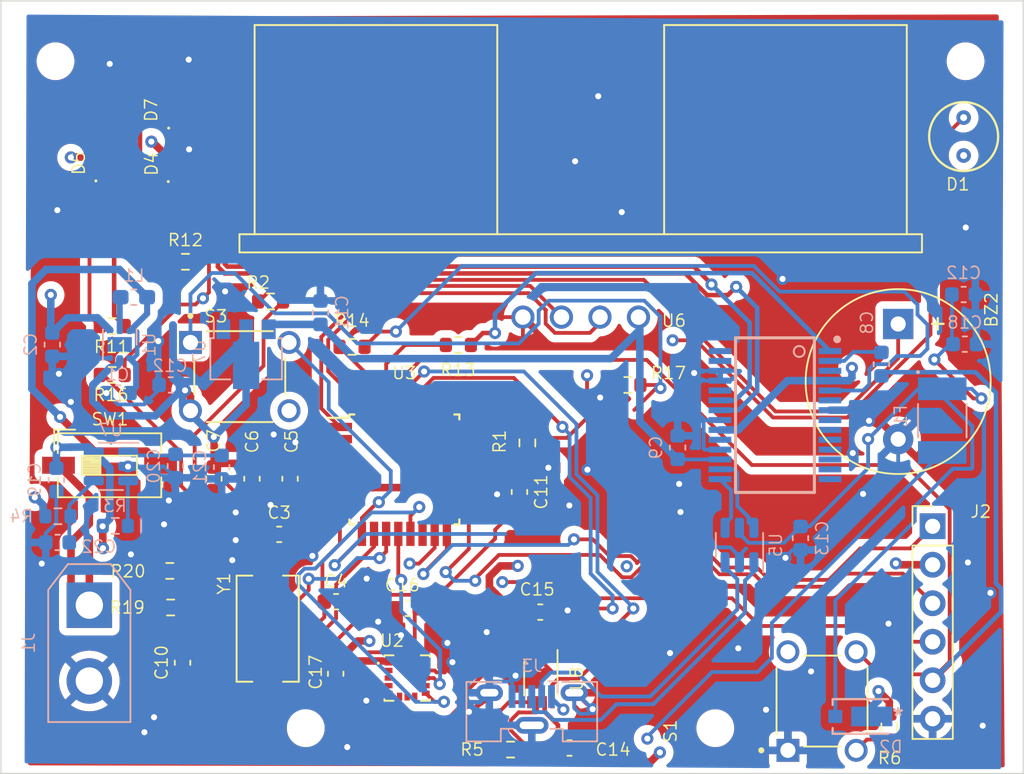
<source format=kicad_pcb>
(kicad_pcb (version 20221018) (generator pcbnew)
  (layers (0 "F.Cu" signal) (1 "In1.Cu" signal) (2 "In2.Cu" signal) (31 "B.Cu" signal) (34 "B.Paste" user) (35 "F.Paste" user) (36 "B.SilkS" user "B.Silkscreen") (37 "F.SilkS" user "F.Silkscreen") (38 "B.Mask" user) (39 "F.Mask" user) (44 "Edge.Cuts" user))
  (net 0 "")
  (net 1 "Net-(BZ2--)")
  (net 2 "GND")
  (net 3 "/VBATT_POS_SYS")
  (net 4 "+5V")
  (net 5 "/D13{slash}SCK")
  (net 6 "Net-(U3-XTAL2{slash}PB7)")
  (net 7 "Net-(U4-~{DTR})")
  (net 8 "+3V3")
  (net 9 "/A0")
  (net 10 "VBUS")
  (net 11 "/A1")
  (net 12 "Net-(D4-K)")
  (net 13 "Net-(D5-K)")
  (net 14 "Net-(D7-A)")
  (net 15 "/VBATT_POS")
  (net 16 "/D12{slash}MISO")
  (net 17 "/D11{slash}MOSI")
  (net 18 "/CONN_USB_D+")
  (net 19 "/CONN_USB_D-")
  (net 20 "Net-(U1-L)")
  (net 21 "/D4")
  (net 22 "Net-(U4-CBUS0)")
  (net 23 "Net-(U4-CBUS1)")
  (net 24 "/RX")
  (net 25 "Net-(U3-PD0)")
  (net 26 "Net-(U3-PD1)")
  (net 27 "/TX")
  (net 28 "/D7")
  (net 29 "/D6")
  (net 30 "/D5")
  (net 31 "/SCL")
  (net 32 "/SDA")
  (net 35 "/INT2")
  (net 37 "/INT1")
  (net 41 "/D3")
  (net 44 "Net-(U3-AREF)")
  (net 48 "/D2")
  (net 60 "/USB_D+")
  (net 61 "/USB_D-")
  (net 62 "Net-(U8-OE)")
  (net 63 "/SCL_3.3V")
  (net 64 "/SDA_3.3V")
  (net 65 "Net-(U3-XTAL1{slash}PB6)")
  (net 66 "Net-(U7-OUT)")
  (net 67 "Net-(J3-VBUS)")
  (net 69 "Net-(U7-~{FLG})")
  (net 70 "Net-(U7-EN)")
  (net 71 "Net-(R6-Pad2)")
  (net 72 "Net-(R17-Pad2)")
  (net 73 "/RESET'")
  (footprint "Resistor_SMD:R_0603_1608Metric" (layer "F.Cu") (at 109.7404 115.697 180)
    (fp_text reference "R16")
    (fp_text value "1k" hide)
  )
  (footprint "Package_QFP:TQFP-32_7x7mm_P0.8mm" (layer "F.Cu") (at 129.0006 121.9282)
    (fp_text reference "U3")
    (fp_text value "ATmega328P-A" hide)
  )
  (footprint "ECS_160_20_3X_TR:XTAL_ECS-160-20-3X-TR" (layer "F.Cu") (at 119.9896 132.4356 -90)
    (fp_text reference "Y1")
    (fp_text value "ECS-160-20-3X-TR" hide)
  )
  (footprint "Capacitor_SMD:C_0603_1608Metric" (layer "F.Cu") (at 124.4724 135.409 -90)
    (fp_text reference "C17")
    (fp_text value "10u" hide)
  )
  (footprint "Resistor_SMD:R_0603_1608Metric" (layer "F.Cu") (at 137.1092 120.1796 90)
    (fp_text reference "R1")
    (fp_text value "10k" hide)
  )
  (footprint "MountingHole:MountingHole_2.1mm" (layer "F.Cu") (at 106 95)
    (fp_text reference "H2" hide)
    (fp_text value "MountingHole" hide)
  )
  (footprint "Resistor_SMD:R_0603_1608Metric" (layer "F.Cu") (at 113.538 128.6256)
    (fp_text reference "R20")
    (fp_text value "40k" hide)
  )
  (footprint "NSL-19M51:TO_NSL_19M_ADP" (layer "F.Cu") (at 165.8744 101.219 180)
    (fp_text reference "D1")
    (fp_text value "D_Photo" hide)
  )
  (footprint "MountingHole:MountingHole_2.1mm" (layer "F.Cu") (at 149.5 139)
    (fp_text reference "H3" hide)
    (fp_text value "MountingHole" hide)
  )
  (footprint "Resistor_SMD:R_0603_1608Metric" (layer "F.Cu") (at 125.5522 113.8428)
    (fp_text reference "R14")
    (fp_text value "1k" hide)
  )
  (footprint "Capacitor_SMD:C_0603_1608Metric" (layer "F.Cu") (at 137.9598 131.3434)
    (fp_text reference "C15")
    (fp_text value "0.1u" hide)
  )
  (footprint "Capacitor_SMD:C_0603_1608Metric" (layer "F.Cu") (at 124.4978 130.6576 180)
    (fp_text reference "C4")
    (fp_text value "22p" hide)
  )
  (footprint "Capacitor_SMD:C_0603_1608Metric" (layer "F.Cu") (at 129.2098 131.0894)
    (fp_text reference "C16")
    (fp_text value "100n" hide)
  )
  (footprint "MountingHole:MountingHole_2.1mm" (layer "F.Cu") (at 166 95)
    (fp_text reference "H1" hide)
    (fp_text value "MountingHole" hide)
  )
  (footprint "Button_Switch_SMD:SW_DIP_SPSTx01_Slide_6.7x4.1mm_W6.73mm_P2.54mm_LowProfile_JPin" (layer "F.Cu") (at 109.5626 121.6546)
    (fp_text reference "SW1")
    (fp_text value "SW_DIP_x01" hide)
  )
  (footprint "Capacitor_SMD:C_0603_1608Metric" (layer "F.Cu") (at 116.4428 122.5426 -90)
    (fp_text reference "C7")
    (fp_text value "4.7u" hide)
  )
  (footprint "Connector_PinHeader_2.54mm:PinHeader_1x06_P2.54mm_Vertical" (layer "F.Cu") (at 163.83 125.6792)
    (fp_text reference "J2")
    (fp_text value "Conn_01x06_Socket" hide)
  )
  (footprint "Capacitor_SMD:C_0603_1608Metric" (layer "F.Cu") (at 118.9528 122.5426 -90)
    (fp_text reference "C6")
    (fp_text value "1u" hide)
  )
  (footprint "Package_SO:VSSOP-8_2.3x2mm_P0.5mm" (layer "F.Cu") (at 137.9982 135.7376 -90)
    (fp_text reference "U8")
    (fp_text value "TXS0102DCU" hide)
  )
  (footprint "Resistor_SMD:R_0603_1608Metric" (layer "F.Cu") (at 114.5672 108.2294)
    (fp_text reference "R12")
    (fp_text value "1k" hide)
  )
  (footprint "Resistor_SMD:R_0603_1608Metric" (layer "F.Cu") (at 109.7402 112.4712 180)
    (fp_text reference "R11")
    (fp_text value "1k" hide)
  )
  (footprint "LED_SMD:LED_0402_1005Metric" (layer "F.Cu") (at 113.4364 101.8468 90)
    (fp_text reference "D4")
    (fp_text value "LED" hide)
  )
  (footprint "Resistor_SMD:R_0603_1608Metric" (layer "F.Cu") (at 143.7386 116.3574)
    (fp_text reference "R17")
    (fp_text value "10k" hide)
  )
  (footprint "Resistor_SMD:R_0603_1608Metric" (layer "F.Cu") (at 132.5626 113.7158 180)
    (fp_text reference "R13")
    (fp_text value "1k" hide)
  )
  (footprint "LED_SMD:LED_0402_1005Metric" (layer "F.Cu") (at 113.4618 98.321 90)
    (fp_text reference "D7")
    (fp_text value "LED" hide)
  )
  (footprint "Capacitor_SMD:C_0603_1608Metric" (layer "F.Cu") (at 136.5882 123.4186 -90)
    (fp_text reference "C11")
    (fp_text value "100n" hide)
  )
  (footprint "Capacitor_SMD:C_0603_1608Metric" (layer "F.Cu") (at 121.4628 122.5426 -90)
    (fp_text reference "C5")
    (fp_text value "1u" hide)
  )
  (footprint "MountingHole:MountingHole_2.1mm" (layer "F.Cu") (at 122.5 139)
    (fp_text reference "H4" hide)
    (fp_text value "MountingHole" hide)
  )
  (footprint "Resistor_SMD:R_0603_1608Metric" (layer "F.Cu") (at 120.1798 110.8456 180)
    (fp_text reference "R2")
    (fp_text value "0" hide)
  )
  (footprint "HC-SR04-2:XCVR_HC-SR04" (layer "F.Cu") (at 140.6268 111.882 180)
    (fp_text reference "U6")
    (fp_text value "HC-SR04" hide)
  )
  (footprint "Capacitor_SMD:C_0603_1608Metric" (layer "F.Cu") (at 114.3762 134.6838 -90)
    (fp_text reference "C10")
    (fp_text value "0.1u" hide)
  )
  (footprint "Capacitor_SMD:C_0603_1608Metric" (layer "F.Cu") (at 120.7516 126.2126)
    (fp_text reference "C3")
    (fp_text value "22p" hide)
  )
  (footprint "Capacitor_SMD:C_0603_1608Metric" (layer "F.Cu") (at 139.8902 140.3096)
    (fp_text reference "C14")
    (fp_text value "0.1u" hide)
  )
  (footprint "Buzzer_Beeper:Buzzer_12x9.5RM7.6" (layer "F.Cu") (at 161.5564 112.3328 -90)
    (fp_text reference "BZ2")
    (fp_text value "Buzzer" hide)
  )
  (footprint "TS02_66_60_BK_160_LCR_D:SW_TS02-66-60-BK-160-LCR-D" (layer "F.Cu") (at 118.1478 115.8039)
    (property "VALUE" "471005264152")
    (fp_text reference "S3")
    (fp_text value "~")
  )
  (footprint "Resistor_SMD:R_0603_1608Metric" (layer "F.Cu") (at 160.9722 138.9248 -90)
    (fp_text reference "R6")
    (fp_text value "10k" hide)
  )
  (footprint "Resistor_SMD:R_0603_1608Metric" (layer "F.Cu") (at 136.004 140.4112 180)
    (fp_text reference "R5")
    (fp_text value "10k" hide)
  )
  (footprint "Resistor_SMD:R_0603_1608Metric" (layer "F.Cu") (at 113.5888 131.0386 180)
    (fp_text reference "R19")
    (fp_text value "40k" hide)
  )
  (footprint "LED_SMD:LED_0402_1005Metric" (layer "F.Cu") (at 108.6612 101.8032 90)
    (fp_text reference "D5")
    (fp_text value "LED" hide)
  )
  (footprint "LIS3DH:PQFN50P300X300X100-16N" (layer "F.Cu") (at 129.1844 135.6926)
    (fp_text reference "U2")
    (fp_text value "LIS3DH" hide)
  )
  (footprint "TS02_66_60_BK_160_LCR_D:SW_TS02-66-60-BK-160-LCR-D" (layer "F.Cu") (at 156.5378 137.212 90)
    (property "VALUE" "471005264152")
    (fp_text reference "S1")
    (fp_text value "~")
  )
  (footprint "Capacitor_SMD:C_0603_1608Metric" (layer "B.Cu") (at 160.4518 114.9858 -90)
    (fp_text reference "C8")
    (fp_text value "100n" hide)
  )
  (footprint "Capacitor_SMD:C_0603_1608Metric" (layer "B.Cu") (at 155.1178 126.4666 90)
    (fp_text reference "C13")
    (fp_text value "100n" hide)
  )
  (footprint "Package_SON:WSON-6-1EP_2x2mm_P0.65mm_EP1x1.6mm" (layer "B.Cu") (at 110.2346 113.6962 90)
    (fp_text reference "U1")
    (fp_text value "TPS6124" hide)
  )
  (footprint "Capacitor_SMD:C_0603_1608Metric" (layer "B.Cu") (at 165.8744 110.3884 180)
    (fp_text reference "C12")
    (fp_text value "100n" hide)
  )
  (footprint "Capacitor_SMD:C_0603_1608Metric" (layer "B.Cu") (at 123.468 111.588 90)
    (fp_text reference "C11")
    (fp_text value "10u" hide)
  )
  (footprint "Package_TO_SOT_SMD:SOT-23-6" (layer "B.Cu") (at 151.0944 126.9183 90)
    (fp_text reference "U5")
    (fp_text value "USBLC6-2SC6" hide)
  )
  (footprint "Connector_AMASS:AMASS_XT30UPB-M_1x02_P5.0mm_Vertical" (layer "B.Cu") (at 108.2294 130.8862 -90)
    (fp_text reference "J1")
    (fp_text value "Conn_01x02_Pin" hide)
  )
  (footprint "Capacitor_SMD:C_0603_1608Metric" (layer "B.Cu") (at 113.906 121.7044 -90)
    (fp_text reference "C20")
    (fp_text value "0.1u" hide)
  )
  (footprint "Package_TO_SOT_SMD:SOT-23-5" (layer "B.Cu") (at 109.6587 121.727 180)
    (fp_text reference "U7")
    (fp_text value "AP22814AW5" hide)
  )
  (footprint "Capacitor_SMD:C_0603_1608Metric" (layer "B.Cu") (at 106.0574 122.6188 -90)
    (fp_text reference "C19")
    (fp_text value "1u" hide)
  )
  (footprint "Capacitor_SMD:C_0603_1608Metric" (layer "B.Cu") (at 105.7896 113.6962 -90)
    (fp_text reference "C2")
    (fp_text value "10u" hide)
  )
  (footprint "Capacitor_SMD:C_0603_1608Metric" (layer "B.Cu") (at 106.1336 126.746 180)
    (fp_text reference "C22")
    (fp_text value "1u" hide)
  )
  (footprint "Resistor_SMD:R_0603_1608Metric" (layer "B.Cu") (at 106.159 125.0188 180)
    (fp_text reference "R4")
    (fp_text value "10k" hide)
  )
  (footprint "Capacitor_SMD:C_0603_1608Metric" (layer "B.Cu") (at 110.1344 116.8908 180)
    (fp_text reference "C1")
    (fp_text value "4.7u" hide)
  )
  (footprint "Capacitor_SMD:C_0603_1608Metric" (layer "B.Cu") (at 116.954 121.7806 -90)
    (fp_text reference "C21")
    (fp_text value "10u" hide)
  )
  (footprint "Connector_USB:USB_Micro-B_Molex-105133-0031" (layer "B.Cu") (at 137.401 137.736 180)
    (fp_text reference "J3")
    (fp_text value "USB_Micro-B" hide)
  )
  (footprint "Inductor_SMD:L_0603_1608Metric_Pad1.05x0.95mm_HandSolder" (layer "B.Cu") (at 111.1644 110.5662 180)
    (fp_text reference "L1")
    (fp_text value "1 uH" hide)
  )
  (footprint "FT232RL-REEL:SOP65P780X200-28N" (layer "B.Cu") (at 153.4342 118.3472 180)
    (fp_text reference "U4" hide)
    (fp_text value "FT232RL-REEL" hide)
  )
  (footprint "Capacitor_SMD:C_0603_1608Metric" (layer "B.Cu") (at 147.0152 120.4852 -90)
    (fp_text reference "C9")
    (fp_text value "100n" hide)
  )
  (footprint "SS13PL:DIODE_SS1P3L-M3&slash_84A_VIS-L" (layer "B.Cu") (at 159.0672 138.2268 180)
    (fp_text reference "D2")
    (fp_text value "SS13PL")
  )
  (footprint "Resistor_SMD:R_0603_1608Metric" (layer "B.Cu") (at 109.9436 125.6538 180)
    (fp_text reference "R3")
    (fp_text value "10k" hide)
  )
  (footprint "MF-MSMF050-2:FUSM4632X85" (layer "B.Cu") (at 164.465 118.7114 -90)
    (fp_text reference "F1")
    (fp_text value "MF-MSMF050-2" hide)
  )
  (footprint "Package_TO_SOT_SMD:SOT-89-3" (layer "B.Cu") (at 118.5672 114.6302 -90)
    (fp_text reference "U7")
    (fp_text value "HT75xx-1-SOT89" hide)
  )
  (footprint "Capacitor_SMD:C_0603_1608Metric" (layer "B.Cu") (at 113.6012 116.3574 180)
    (fp_text reference "C12")
    (fp_text value "10u" hide)
  )
  (footprint "Capacitor_SMD:C_0603_1608Metric" (layer "B.Cu") (at 165.9506 113.665 180)
    (fp_text reference "C18")
    (fp_text value "4.7u" hide)
  )
  (gr_rect (start 102.3904 91.0094) (end 169.8128 142) (stroke (width 0.1)) (fill none) (layer "Edge.Cuts"))
  (segment (start 153.472286 118.1046) (end 144.790886 109.4232) (width 0.25) (layer "F.Cu") (net 1))
  (segment (start 161.5564 112.3328) (end 161.5564 114.596514) (width 0.25) (layer "F.Cu") (net 1))
  (segment (start 144.790886 109.4232) (end 120.8402 109.4232) (width 0.25) (layer "F.Cu") (net 1))
  (segment (start 120.8402 109.4232) (end 119.317 110.9464) (width 0.25) (layer "F.Cu") (net 1))
  (segment (start 158.048314 118.1046) (end 153.472286 118.1046) (width 0.25) (layer "F.Cu") (net 1))
  (segment (start 161.5564 114.596514) (end 158.048314 118.1046) (width 0.25) (layer "F.Cu") (net 1))
  (segment (start 131.672243 135.279043) (end 131.672243 135.116357) (width 0.25) (layer "F.Cu") (net 2))
  (segment (start 138.2482 134.1876) (end 138.2482 131.83) (width 0.25) (layer "F.Cu") (net 2))
  (segment (start 128.4348 131.0894) (end 128.778 131.4326) (width 0.25) (layer "F.Cu") (net 2))
  (segment (start 126.0602 130.6576) (end 126.5428 130.175) (width 0.25) (layer "F.Cu") (net 2))
  (segment (start 125.0188 136.8304) (end 125.0188 138.176) (width 0.25) (layer "F.Cu") (net 2))
  (segment (start 119.6344 123.3176) (end 120.51 122.442) (width 0.25) (layer "F.Cu") (net 2))
  (segment (start 135.1766 121.5282) (end 135.496 121.2088) (width 0.25) (layer "F.Cu") (net 2))
  (segment (start 114.808 100.8126) (end 114.7572 100.6348) (width 0.25) (layer "F.Cu") (net 2))
  (segment (start 122.4522 122.3282) (end 121.4628 123.3176) (width 0.25) (layer "F.Cu") (net 2))
  (segment (start 121.133 123.3176) (end 120.1798 124.2708) (width 0.4) (layer "F.Cu") (net 2))
  (segment (start 118.9528 123.3176) (end 119.6344 123.3176) (width 0.25) (layer "F.Cu") (net 2))
  (segment (start 118.9528 123.0086) (end 119.4178 122.5436) (width 0.25) (layer "F.Cu") (net 2))
  (segment (start 128.778 132.8674) (end 128.778 132.842) (width 0.25) (layer "F.Cu") (net 2))
  (segment (start 137.1092 121.0046) (end 136.1938 121.0046) (width 0.25) (layer "F.Cu") (net 2))
  (segment (start 137.1594 124.1936) (end 136.5882 124.1936) (width 0.25) (layer "F.Cu") (net 2))
  (segment (start 131.672243 135.318682) (end 131.120482 135.318682) (width 0.25) (layer "F.Cu") (net 2))
  (segment (start 124.7506 122.3282) (end 122.4522 122.3282) (width 0.25) (layer "F.Cu") (net 2))
  (segment (start 142.9136 116.3574) (end 142.9136 116.9284) (width 0.25) (layer "F.Cu") (net 2))
  (segment (start 138.2482 134.1876) (end 138.2482 134.7876) (width 0.25) (layer "F.Cu") (net 2))
  (segment (start 142.9136 116.9284) (end 142.4686 117.3734) (width 0.25) (layer "F.Cu") (net 2))
  (segment (start 113.4618 98.806) (end 113.4618 99.3394) (width 0.25) (layer "F.Cu") (net 2))
  (segment (start 138.2482 134.7876) (end 138.8058 135.3452) (width 0.25) (layer "F.Cu") (net 2))
  (segment (start 124.06 136.6716) (end 124.06 137.1346) (width 0.25) (layer "F.Cu") (net 2))
  (segment (start 135.1782 124.1936) (end 134.9118 124.46) (width 0.25) (layer "F.Cu") (net 2))
  (segment (start 116.4428 123.3176) (end 116.4428 123.3262) (width 0.25) (layer "F.Cu") (net 2))
  (segment (start 118.871 123.3176) (end 117.97 122.4166) (width 0.25) (layer "F.Cu") (net 2))
  (segment (start 137.1092 121.2088) (end 137.7569 121.8565) (width 0.25) (layer "F.Cu") (net 2))
  (segment (start 116.4428 123.3262) (end 117.8814 124.7648) (width 0.25) (layer "F.Cu") (net 2))
  (segment (start 127.9594 136.6926) (end 126.9848 136.6926) (width 0.25) (layer "F.Cu") (net 2))
  (segment (start 136.8168 111.882) (end 134.5244 111.882) (width 0.25) (layer "F.Cu") (net 2))
  (segment (start 142.9136 116.3574) (end 142.0368 116.3574) (width 0.25) (layer "F.Cu") (net 2))
  (segment (start 138.2646 123.0884) (end 137.1594 124.1936) (width 0.25) (layer "F.Cu") (net 2))
  (segment (start 126.9848 136.6926) (end 126.492 137.1854) (width 0.25) (layer "F.Cu") (net 2))
  (segment (start 119.24 123.6048) (end 119.24 124.8804) (width 0.25) (layer "F.Cu") (net 2))
  (segment (start 124.46 136.2716) (end 124.06 136.6716) (width 0.25) (layer "F.Cu") (net 2))
  (segment (start 140.2712 136.6266) (end 140.201 136.661) (width 0.25) (layer "F.Cu") (net 2))
  (segment (start 136.5882 124.1936) (end 135.7376 124.1936) (width 0.25) (layer "F.Cu") (net 2))
  (segment (start 141.223 139.2314) (end 143.0144 139.2314) (width 0.25) (layer "F.Cu") (net 2))
  (segment (start 124.46 137.541) (end 124.6124 137.6934) (width 0.25) (layer "F.Cu") (net 2))
  (segment (start 138.2482 131.83) (end 138.7348 131.3434) (width 0.25) (layer "F.Cu") (net 2))
  (segment (start 136.8168 113.5012) (end 137.1724 113.8568) (width 0.25) (layer "F.Cu") (net 2))
  (segment (start 132.1686 134.62) (end 132.1432 134.6454) (width 0.25) (layer "F.Cu") (net 2))
  (segment (start 120.1798 124.2708) (end 120.1544 124.2454) (width 0.25) (layer "F.Cu") (net 2))
  (segment (start 134.5244 111.882) (end 134.48 111.9264) (width 0.25) (layer "F.Cu") (net 2))
  (segment (start 135.7376 124.1936) (end 135.115 123.571) (width 0.25) (layer "F.Cu") (net 2))
  (segment (start 131.672243 135.116357) (end 132.1432 134.6454) (width 0.25) (layer "F.Cu") (net 2))
  (segment (start 140.6782 139.7762) (end 141.223 139.2314) (width 0.25) (layer "F.Cu") (net 2))
  (segment (start 122.3284 120.7282) (end 121.8184 120.142) (width 0.25) (layer "F.Cu") (net 2))
  (segment (start 125.2728 130.6576) (end 126.0602 130.6576) (width 0.25) (layer "F.Cu") (net 2))
  (segment (start 118.9528 123.3176) (end 119.24 123.6048) (width 0.25) (layer "F.Cu") (net 2))
  (segment (start 134.601 136.661) (end 134.601 136.9882) (width 0.3) (layer "F.Cu") (net 2))
  (segment (start 133.2608 137.922) (end 133.7688 137.8204) (width 0.3) (layer "F.Cu") (net 2))
  (segment (start 124.06 137.1346) (end 124.06 137.8776) (width 0.25) (layer "F.Cu") (net 2))
  (segment (start 140.201 137.4962) (end 140.8808 138.176) (width 0.25) (layer "F.Cu") (net 2))
  (segment (start 130.9944 135.1926) (end 130.4094 135.1926) (width 0.25) (layer "F.Cu") (net 2))
  (segment (start 127.6604 131.8638) (end 127.6604 133.7818) (width 0.25) (layer "F.Cu") (net 2))
  (segment (start 124.46 136.2716) (end 125.0188 136.8304) (width 0.25) (layer "F.Cu") (net 2))
  (segment (start 132.1432 134.6454) (end 132.1686 134.6454) (width 0.25) (layer "F.Cu") (net 2))
  (segment (start 138.2268 124.1936) (end 138.4932 124.46) (width 0.25) (layer "F.Cu") (net 2))
  (segment (start 113.4618 99.3394) (end 114.808 100.8126) (width 0.25) (layer "F.Cu") (net 2))
  (segment (start 125.2728 130.3782) (end 126.5174 129.1336) (width 0.5) (layer "F.Cu") (net 2))
  (segment (start 140.2802 136.661) (end 140.2712 136.6266) (width 0.25) (layer "F.Cu") (net 2))
  (segment (start 136.5882 124.1936) (end 138.2268 124.1936) (width 0.25) (layer "F.Cu") (net 2))
  (segment (start 140.6782 139.7762) (end 140.6782 139.9432) (width 0.25) (layer "F.Cu") (net 2))
  (segment (start 121.8184 120.142) (end 121.8946 120.2944) (width 0.25) (layer "F.Cu") (net 2))
  (segment (start 140.2802 136.661) (end 141.0332 137.414) (width 0.25) (layer "F.Cu") (net 2))
  (segment (start 142.875 116.3574) (end 141.986 117.2464) (width 0.25) (layer "F.Cu") (net 2))
  (segment (start 136.1938 121.0046) (end 136.0932 120.904) (width 0.25) (layer "F.Cu") (net 2))
  (segment (start 124.7506 120.7282) (end 122.3284 120.7282) (width 0.25) (layer "F.Cu") (net 2))
  (segment (start 121.4628 123.3176) (end 121.133 123.3176) (width 0.4) (layer "F.Cu") (net 2))
  (segment (start 118.9528 123.3176) (end 118.9528 123.0086) (width 0.25) (layer "F.Cu") (net 2))
  (segment (start 142.9136 116.3574) (end 142.875 116.3574) (width 0.25) (layer "F.Cu") (net 2))
  (segment (start 138.8058 135.3452) (end 139.0774 135.3452) (width 0.25) (layer "F.Cu") (net 2))
  (segment (start 127.6604 133.7818) (end 127.4496 133.9926) (width 0.25) (layer "F.Cu") (net 2))
  (segment (start 112.713 128.0546) (end 113.7536 127.014) (width 0.25) (layer "F.Cu") (net 2))
  (segment (start 112.713 128.0546) (end 112.713 128.6256) (width 0.25) (layer "F.Cu") (net 2))
  (segment (start 140.201 137.4962) (end 140.201 136.661) (width 0.25) (layer "F.Cu") (net 2))
  (segment (start 128.4348 131.0894) (end 127.6604 131.8638) (width 0.25) (layer "F.Cu") (net 2))
  (segment (start 124.46 136.2716) (end 124.46 137.541) (width 0.25) (layer "F.Cu") (net 2))
  (segment (start 131.120482 135.318682) (end 130.9944 135.1926) (width 0.25) (layer "F.Cu") (net 2))
  (segment (start 134.601 136.9882) (end 133.2608 137.922) (width 0.3) (layer "F.Cu") (net 2))
  (segment (start 125.2728 130.6576) (end 125.2728 130.3782) (width 0.25) (layer "F.Cu") (net 2))
  (segment (start 141.4142 137.7442) (end 141.6555 137.5791) (width 0.25) (layer "F.Cu") (net 2))
  (segment (start 141.2054 140.4704) (end 142.4556 140.4704) (width 0.25) (layer "F.Cu") (net 2))
  (segment (start 112.8532 128.6256) (end 114.922 126.5568) (width 0.25) (layer "F.Cu") (net 2))
  (segment (start 136.8168 111.882) (end 136.8168 113.5012) (width 0.25) (layer "F.Cu") (net 2))
  (segment (start 132.1686 134.6454) (end 132.1686 134.62) (width 0.25) (layer "F.Cu") (net 2))
  (segment (start 140.6782 139.9432) (end 141.2054 140.4704) (width 0.25) (layer "F.Cu") (net 2))
  (segment (start 128.778 131.4326) (end 128.778 132.8674) (width 0.25) (layer "F.Cu") (net 2))
  (segment (start 124.06 137.8776) (end 124.3838 138.2014) (width 0.25) (layer "F.Cu") (net 2))
  (segment (start 118.871 123.3176) (end 118.9528 123.3176) (width 0.25) (layer "F.Cu") (net 2))
  (segment (start 126.5174 130.1496) (end 126.5174 129.1336) (width 0.25) (layer "F.Cu") (net 2))
  (segment (start 131.672243 135.318682) (end 131.672243 135.279043) (width 0.25) (layer "F.Cu") (net 2))
  (segment (start 137.1092 121.0046) (end 137.1092 121.2088) (width 0.25) (layer "F.Cu") (net 2))
  (segment (start 127.4496 133.9926) (end 126.5428 133.9926) (width 0.25) (layer "F.Cu") (net 2))
  (segment (start 112.713 128.6256) (end 112.8532 128.6256) (width 0.25) (layer "F.Cu") (net 2))
  (segment (start 133.2506 121.5282) (end 135.1766 121.5282) (width 0.25) (layer "F.Cu") (net 2))
  (segment (start 126.5428 130.175) (end 126.5174 130.1496) (width 0.25) (layer "F.Cu") (net 2))
  (segment (start 135.1782 124.1936) (end 136.5882 124.1936) (width 0.25) (layer "F.Cu") (net 2))
  (via (at 146.515427 134.044027) (size 0.8) (drill 0.4) (layers "F.Cu" "B.Cu") (net 2))
  (via (at 112.776 113.4618) (size 0.8) (drill 0.4) (layers "F.Cu" "B.Cu") (net 2))
  (via (at 126.5174 129.1336) (size 0.8) (drill 0.4) (layers "F.Cu" "B.Cu") (net 2))
  (via (at 122.936 127.635) (size 0.8) (drill 0.4) (layers "F.Cu" "B.Cu") (net 2))
  (via (at 140.2712 136.6266) (size 0.8) (drill 0.4) (layers "F.Cu" "B.Cu") (net 2))
  (via (at 147.1168 122.8852) (size 0.8) (drill 0.4) (layers "F.Cu" "B.Cu") (net 2))
  (via (at 113.4742 123.9774) (size 0.8) (drill 0.4) (layers "F.Cu" "B.Cu") (net 2))
  (via (at 140.2588 101.6) (size 0.8) (drill 0.4) (layers "F.Cu" "B.Cu") (net 2))
  (via (at 166.0144 105.9688) (size 0.8) (drill 0.4) (layers "F.Cu" "B.Cu") (net 2))
  (via (at 105.0922 128.143) (size 0.8) (drill 0.4) (layers "F.Cu" "B.Cu") (net 2))
  (via (at 126.492 137.1854) (size 0.8) (drill 0.4) (layers "F.Cu" "B.Cu") (net 2))
  (via (at 141.0716 121.9454) (size 0.8) (drill 0.4) (layers "F.Cu" "B.Cu") (net 2))
  (via (at 152.8442 137.7836) (size 0.8) (drill 0.4) (layers "F.Cu" "B.Cu") (net 2))
  (via (at 141.4142 137.7442) (size 0.8) (drill 0.4) (layers "F.Cu" "B.Cu") (net 2))
  (via (at 135.115 123.571) (size 0.8) (drill 0.4) (layers "F.Cu" "B.Cu") (net 2))
  (via (at 153.9364 109.361) (size 0.8) (drill 0.4) (layers "F.Cu" "B.Cu") (net 2))
  (via (at 167.132 138.8364) (size 0.8) (drill 0.4) (layers "F.Cu" "B.Cu") (net 2))
  (via (at 155.816 135.255) (size 0.8) (drill 0.4) (layers "F.Cu" "B.Cu") (net 2))
  (via (at 131.8384 133.3754) (size 0.8) (drill 0.4) (layers "F.Cu" "B.Cu") (net 2))
  (via (at 106.2228 115.6208) (size 0.8) (drill 0.4) (layers "F.Cu" "B.Cu") (net 2))
  (via (at 114.7826 94.8944) (size 0.8) (drill 0.4) (layers "F.Cu" "B.Cu") (net 2))
  (via (at 159.245 123.5456) (size 0.8) (drill 0.4) (layers "F.Cu" "B.Cu") (net 2))
  (via (at 159.639 118.7196) (size 0.8) (drill 0.4) (layers "F.Cu" "B.Cu") (net 2))
  (via (at 166.1538 128.0668) (size 0.8) (drill 0.4) (layers "F.Cu" "B.Cu") (net 2))
  (via (at 143.3322 104.9528) (size 0.8) (drill 0.4) (layers "F.Cu" "B.Cu") (net 2))
  (via (at 141.7828 97.3074) (size 0.8) (drill 0.4) (layers "F.Cu" "B.Cu") (net 2))
  (via (at 111.8616 139.2682) (size 0.8) (drill 0.4) (layers "F.Cu" "B.Cu") (net 2))
  (via (at 117.8814 126.5936) (size 0.8) (drill 0.4) (layers "F.Cu" "B.Cu") (net 2))
  (via (at 110.7818 121.7422) (size 0.8) (drill 0.4) (layers "F.Cu" "B.Cu") (net 2))
  (via (at 127.274442 131.973442) (size 0.8) (drill 0.4) (layers "F.Cu" "B.Cu") (net 2))
  (via (at 106.1212 104.8258) (size 0.8) (drill 0.4) (layers "F.Cu" "B.Cu") (net 2))
  (via (at 120.383 119.6226) (size 0.8) (drill 0.4) (layers "F.Cu" "B.Cu") (net 2))
  (via (at 125.2344 140.2474) (size 0.8) (drill 0.4) (layers "F.Cu" "B.Cu") (net 2))
  (via (at 133.2608 137.922) (size 0.8) (drill 0.4) (layers "F.Cu" "B.Cu") (net 2))
  (via (at 112.4966 138.2776) (size 0.8) (drill 0.4) (layers "F.Cu" "B.Cu") (net 2))
  (via (at 109.5756 95.1738) (size 0.8) (drill 0.4) (layers "F.Cu" "B.Cu") (net 2))
  (via (at 139.7632 131.2304) (size 0.8) (drill 0.4) (layers "F.Cu" "B.Cu") (net 2))
  (via (at 121.8184 120.142) (size 0.8) (drill 0.4) (layers "F.Cu" "B.Cu") (net 2))
  (via (at 136.3342 135.5344) (size 0.8) (drill 0.4) (layers "F.Cu" "B.Cu") (net 2))
  (via (at 141.910315 117.186423) (size 0.8) (drill 0.4) (layers "F.Cu" "B.Cu") (net 2))
  (via (at 160.9214 132.1054) (size 0.8) (drill 0.4) (layers "F.Cu" "B.Cu") (net 2))
  (via (at 117.1826 110.1852) (size 0.8) (drill 0.4) (layers "F.Cu" "B.Cu") (net 2))
  (via (at 109.3594 116.8908) (size 0.8) (drill 0.4) (layers "F.Cu" "B.Cu") (net 2))
  (via (at 110.9726 127.5334) (size 0.8) (drill 0.4) (layers "F.Cu" "B.Cu") (net 2))
  (via (at 117.8814 124.7648) (size 0.8) (drill 0.4) (layers "F.Cu" "B.Cu") (net 2))
  (via (at 138.4932 121.8184) (size 0.8) (drill 0.4) (layers "F.Cu" "B.Cu") (net 2))
  (via (at 114.808 100.8126) (size 0.8) (drill 0.4) (layers "F.Cu" "B.Cu") (net 2))
  (via (at 120.1798 124.2708) (size 0.8) (drill 0.4) (layers "F.Cu" "B.Cu") (net 2))
  (via (at 134.4292 132.6642) (size 0.8) (drill 0.4) (layers "F.Cu" "B.Cu") (net 2))
  (via (at 107.0102 117.475) (size 0.8) (drill 0.4) (layers "F.Cu" "B.Cu") (net 2))
  (via (at 158.563611 120.849246) (size 0.8) (drill 0.4) (layers "F.Cu" "B.Cu") (net 2))
  (via (at 154.1272 127.762) (size 0.8) (drill 0.4) (layers "F.Cu" "B.Cu") (net 2))
  (via (at 167.64 130.0734) (size 0.8) (drill 0.4) (layers "F.Cu" "B.Cu") (net 2))
  (via (at 148.1074 115.57) (size 0.8) (drill 0.4) (layers "F.Cu" "B.Cu") (net 2))
  (via (at 117.6528 127.9144) (size 0.8) (drill 0.4) (layers "F.Cu" "B.Cu") (net 2))
  (via (at 151.0154 133.731) (size 0.8) (drill 0.4) (layers "F.Cu" "B.Cu") (net 2))
  (via (at 132.1686 134.6454) (size 0.8) (drill 0.4) (layers "F.Cu" "B.Cu") (net 2))
  (via (at 147.2054 124.7394) (size 0.8) (drill 0.4) (layers "F.Cu" "B.Cu") (net 2))
  (via (at 139.8778 124.3076) (size 0.8) (drill 0.4) (layers "F.Cu" "B.Cu") (net 2))
  (via (at 113.157 125.5522) (size 0.8) (drill 0.4) (layers "F.Cu" "B.Cu") (net 2))
  (via (at 128.778 132.8674) (size 0.8) (drill 0.4) (layers "F.Cu" "B.Cu") (net 2))
  (segment (start 117.0672 111.5836) (end 118.4656 110.1852) (width 0.25) (layer "B.Cu") (net 2))
  (segment (start 113.1536 121.727) (end 113.906 122.4794) (width 0.25) (layer "B.Cu") (net 2))
  (segment (start 117.1826 110.1852) (end 117.0672 110.0698) (width 0.25) (layer "B.Cu") (net 2))
  (segment (start 112.255 122.5042) (end 113.4742 123.7234) (width 0.25) (layer "B.Cu") (net 2))
  (segment (start 155.1178 127.2416) (end 156.2738 127.2416) (width 0.25) (layer "B.Cu") (net 2))
  (segment (start 110.7818 121.7422) (end 113.1536 121.727) (width 0.25) (layer "B.Cu") (net 2))
  (segment (start 113.906 122.4794) (end 116.8778 122.4794) (width 0.25) (layer "B.Cu") (net 2))
  (segment (start 155.1178 128.0414) (end 155.1432 128.0668) (width 0.25) (layer "B.Cu") (net 2))
  (segment (start 110.7962 121.727) (end 110.7818 121.7422) (width 0.25) (layer "B.Cu") (net 2))
  (segment (start 105.3586 126.140951) (end 106.0574 125.442151) (width 0.25) (layer "B.Cu") (net 2))
  (segment (start 112.8268 116.6622) (end 111.8482 117.6408) (width 0.25) (layer "B.Cu") (net 2))
  (segment (start 139.8508 136.7168) (end 139.7886 136.7168) (width 0.25) (layer "B.Cu") (net 2))
  (segment (start 148.8092 118.6722) (end 148.1074 117.9704) (width 0.25) (layer "B.Cu") (net 2))
  (segment (start 110.1094 117.6408) (end 109.3594 116.8908) (width 0.25) (layer "B.Cu") (net 2))
  (segment (start 148.8092 120.6222) (end 149.8092 120.6222) (width 0.25) (layer "B.Cu") (net 2))
  (segment (start 117.0672 109.9806) (end 116.459 109.3724) (width 0.25) (layer "B.Cu") (net 2))
  (segment (start 151.0944 128.0558) (end 151.0944 127.671549) (width 0.25) (layer "B.Cu") (net 2))
  (segment (start 148.2552 115.4222) (end 148.1074 115.57) (width 0.25) (layer "B.Cu") (net 2))
  (segment (start 134.601 134.487) (end 134.601 136.661) (width 0.3) (layer "B.Cu") (net 2))
  (segment (start 141.4142 137.7442) (end 141.10785 138.05055) (width 0.25) (layer "B.Cu") (net 2))
  (segment (start 133.975 137.287) (end 132.4808 137.287) (width 0.3) (layer "B.Cu") (net 2))
  (segment (start 149.8092 116.0722) (end 148.6096 116.0722) (width 0.25) (layer "B.Cu") (net 2))
  (segment (start 134.601 136.661) (end 133.975 137.287) (width 0.3) (layer "B.Cu") (net 2))
  (segment (start 136.101 136.911) (end 136.101 135.7676) (width 0.25) (layer "B.Cu") (net 2))
  (segment (start 111.8482 117.6408) (end 110.1094 117.6408) (width 0.25) (layer "B.Cu") (net 2))
  (segment (start 161.5564 121.6406) (end 161.5564 119.9328) (width 0.25) (layer "B.Cu") (net 2))
  (segment (start 154.1272 127.762) (end 154.0764 127.762) (width 0.25) (layer "B.Cu") (net 2))
  (segment (start 134.5866 135.9204) (end 134.3366 135.6704) (width 0.25) (layer "B.Cu") (net 2))
  (segment (start 117.0672 112.6802) (end 117.0672 111.5836) (width 0.25) (layer "B.Cu") (net 2))
  (segment (start 117.0672 110.0698) (end 117.0672 109.9806) (width 0.25) (layer "B.Cu") (net 2))
  (segment (start 109.5846 114.5837) (end 105.9021 114.5837) (width 0.25) (layer "B.Cu") (net 2))
  (segment (start 117.0672 110.3006) (end 117.1826 110.1852) (width 0.25) (layer "B.Cu") (net 2))
  (segment (start 161.5564 119.126) (end 162.4454 118.237) (width 0.25) (layer "B.Cu") (net 2))
  (segment (start 140.57755 138.05055) (end 140.201 137.674) (width 0.25) (layer "B.Cu") (net 2))
  (segment (start 140.201 137.674) (end 140.201 136.661) (width 0.25) (layer "B.Cu") (net 2))
  (segment (start 105.0922 128.143) (end 105.3586 127.8766) (width 0.25) (layer "B.Cu") (net 2))
  (segment (start 148.7342 118.7472) (end 148.7342 120.5472) (width 0.25) (layer "B.Cu") (net 2))
  (segment (start 151.519731 127.156068) (end 151.531963 127.1683) (width 0.25) (layer "B.Cu") (net 2))
  (segment (start 105.3586 127.8766) (end 105.3586 126.140951) (width 0.25) (layer "B.Cu") (net 2))
  (segment (start 155.1178 127.2416) (end 154.5968 127.2416) (width 0.25) (layer "B.Cu") (net 2))
  (segment (start 151.13 115.443) (end 150.5008 116.0722) (width 0.25) (layer "B.Cu") (net 2))
  (segment (start 140.2712 136.6266) (end 140.2966 136.6266) (width 0.25) (layer "B.Cu") (net 2))
  (segment (start 150.5008 116.0722) (end 149.8092 116.0722) (width 0.25) (layer "B.Cu") (net 2))
  (segment (start 151.1092 115.4222) (end 151.13 115.443) (width 0.25) (layer "B.Cu") (net 2))
  (segment (start 105.9021 114.5837) (end 105.7896 114.4712) (width 0.25) (layer "B.Cu") (net 2))
  (segment (start 149.8092 115.4222) (end 148.2552 115.4222) (width 0.25) (layer "B.Cu") (net 2))
  (segment (start 112.665745 114.685345) (end 112.8268 114.8464) (width 0.25) (layer "B.Cu") (net 2))
  (segment (start 112.8268 114.8464) (end 112.8268 116.6622) (width 0.25) (layer "B.Cu") (net 2))
  (segment (start 140.2966 136.6266) (end 141.4142 137.7442) (width 0.25) (layer "B.Cu") (net 2))
  (segment (start 139.8902 136.779) (end 139.8508 136.7168) (width 0.25) (layer "B.Cu") (net 2))
  (segment (start 151.0944 127.581399) (end 151.519731 127.156068) (width 0.25) (layer "B.Cu") (net 2))
  (segment (start 149.8092 115.4222) (end 151.1092 115.4222) (width 0.25) (layer "B.Cu") (net 2))
  (segment (start 158.9416 118.0222) (end 157.0592 118.0222) (width 0.5) (layer "B.Cu") (net 2))
  (segment (start 111.4778 121.727) (end 112.255 122.5042) (width 0.25) (layer "B.Cu") (net 2))
  (segment (start 148.7342 120.5472) (end 148.8092 120.6222) (width 0.25) (layer "B.Cu") (net 2))
  (segment (start 113.4742 123.7234) (end 113.4742 123.9774) (width 0.25) (layer "B.Cu") (net 2))
  (segment (start 151.0944 127.671549) (end 150.491151 127.0683) (width 0.25) (layer "B.Cu") (net 2))
  (segment (start 148.8092 118.6722) (end 148.7342 118.7472) (width 0.25) (layer "B.Cu") (net 2))
  (segment (start 116.8778 122.4794) (end 116.954 122.5556) (width 0.25) (layer "B.Cu") (net 2))
  (segment (start 148.6096 116.0722) (end 148.1074 115.57) (width 0.25) (layer "B.Cu") (net 2))
  (segment (start 110.7962 121.727) (end 111.4778 121.727) (width 0.25) (layer "B.Cu") (net 2))
  (segment (start 154.1272 127.7112) (end 154.1272 127.762) (width 0.25) (layer "B.Cu") (net 2))
  (segment (start 135.8366 135.9204) (end 134.5866 135.9204) (width 0.25) (layer "B.Cu") (net 2))
  (segment (start 148.1074 117.9704) (end 148.1074 115.57) (width 0.25) (layer "B.Cu") (net 2))
  (segment (start 154.5968 127.2416) (end 154.1272 127.7112) (width 0.25) (layer "B.Cu") (net 2))
  (segment (start 117.0672 112.6802) (end 117.0672 110.3006) (width 0.25) (layer "B.Cu") (net 2))
  (segment (start 106.0574 125.442151) (end 106.0574 123.3938) (width 0.25) (layer "B.Cu") (net 2))
  (segment (start 139.7264 136.7168) (end 139.8902 136.779) (width 0.25) (layer "B.Cu") (net 2))
  (segment (start 161.5564 119.9328) (end 161.5564 119.126) (width 0.25) (layer "B.Cu") (net 2))
  (segment (start 149.8092 118.6722) (end 148.8092 118.6722) (width 0.25) (layer "B.Cu") (net 2))
  (segment (start 141.10785 138.05055) (end 140.57755 138.05055) (width 0.25) (layer "B.Cu") (net 2))
  (segment (start 136.101 135.7676) (end 136.3342 135.5344) (width 0.25) (layer "B.Cu") (net 2))
  (segment (start 159.639 118.7196) (end 158.9416 118.0222) (width 0.5) (layer "B.Cu") (net 2))
  (segment (start 151.0944 128.0558) (end 151.0944 127.581399) (width 0.25) (layer "B.Cu") (net 2))
  (segment (start 161.5564 121.6406) (end 161.3024 121.8946) (width 0.25) (layer "B.Cu") (net 2))
  (segment (start 150.491151 127.0683) (end 147.1633 127.0683) (width 0.25) (layer "B.Cu") (net 2))
  (segment (start 154.0764 127.762) (end 154.1018 127.7366) (width 0.25) (layer "B.Cu") (net 2))
  (segment (start 155.1178 127.2416) (end 155.1178 128.0414) (width 0.25) (layer "B.Cu") (net 2))
  (segment (start 134.601 134.487) (end 134.2006 134.0866) (width 0.3) (layer "B.Cu") (net 2))
  (segment (start 112.7638 131.0386) (end 112.6114 130.8862) (width 0.25) (layer "F.Cu") (net 3))
  (segment (start 108.5596 120.7262) (end 111.9992 120.7262) (width 0.5) (layer "F.Cu") (net 3))
  (segment (start 111.913 130.1878) (end 112.7638 131.0386) (width 0.5) (layer "F.Cu") (net 3))
  (segment (start 111.9992 120.7262) (end 112.9276 121.6546) (width 0.5) (layer "F.Cu") (net 3))
  (segment (start 111.913 127.9656) (end 111.913 130.1878) (width 0.5) (layer "F.Cu") (net 3))
  (segment (start 106.299 118.4656) (end 108.5596 120.7262) (width 0.5) (layer "F.Cu") (net 3))
  (segment (start 112.357 127.5216) (end 111.913 127.9656) (width 0.5) (layer "F.Cu") (net 3))
  (segment (start 112.9276 121.6546) (end 112.357 122.2252) (width 0.5) (layer "F.Cu") (net 3))
  (segment (start 112.357 122.2252) (end 112.357 127.5216) (width 0.5) (layer "F.Cu") (net 3))
  (via (at 106.299 118.4656) (size 0.8) (drill 0.4) (layers "F.Cu" "B.Cu") (net 3))
  (segment (start 105.3846 108.7374) (end 110.2106 108.7374) (width 0.5) (layer "B.Cu") (net 3))
  (segment (start 110.9094 116.8908) (end 111.3152 116.485) (width 0.4) (layer "B.Cu") (net 3))
  (segment (start 111.3152 115.0268) (end 110.8846 114.5962) (width 0.4) (layer "B.Cu") (net 3))
  (segment (start 112.0394 110.5662) (end 112.0394 111.6539) (width 0.4) (layer "B.Cu") (net 3))
  (segment (start 106.299 118.4656) (end 104.4448 116.6114) (width 0.5) (layer "B.Cu") (net 3))
  (segment (start 111.3152 116.485) (end 111.3152 115.0268) (width 0.4) (layer "B.Cu") (net 3))
  (segment (start 110.2106 108.7374) (end 112.0394 110.5662) (width 0.5) (layer "B.Cu") (net 3))
  (segment (start 111.3846 114.3452) (end 111.1461 114.5837) (width 0.3) (layer "B.Cu") (net 3))
  (segment (start 111.3846 112.8462) (end 111.3846 114.3452) (width 0.3) (layer "B.Cu") (net 3))
  (segment (start 110.8971 112.7962) (end 110.8846 112.7962) (width 0.4) (layer "B.Cu") (net 3))
  (segment (start 111.1461 114.5837) (end 110.8846 114.5837) (width 0.3) (layer "B.Cu") (net 3))
  (segment (start 104.4448 116.6114) (end 104.4448 109.6772) (width 0.5) (layer "B.Cu") (net 3))
  (segment (start 111.3471 112.8087) (end 111.3846 112.8462) (width 0.3) (layer "B.Cu") (net 3))
  (segment (start 110.8846 112.8087) (end 111.3471 112.8087) (width 0.3) (layer "B.Cu") (net 3))
  (segment (start 112.0394 111.6539) (end 110.8971 112.7962) (width 0.4) (layer "B.Cu") (net 3))
  (segment (start 104.4448 109.6772) (end 105.3846 108.7374) (width 0.5) (layer "B.Cu") (net 3))
  (segment (start 138.2482 137.906118) (end 138.2482 137.2876) (width 0.3) (layer "F.Cu") (net 4))
  (segment (start 107.0356 101.3206) (end 107.0102 101.346) (width 0.5) (layer "F.Cu") (net 4))
  (segment (start 145.8468 140.6012) (end 145.224 141.224) (width 0.5) (layer "F.Cu") (net 4))
  (segment (start 116.4428 121.7676) (end 116.459 121.7514) (width 0.5) (layer "F.Cu") (net 4))
  (segment (start 116.4428 121.7676) (end 116.6822 121.5282) (width 0.25) (layer "F.Cu") (net 4))
  (segment (start 116.6822 121.5282) (end 124.7506 121.5282) (width 0.5) (layer "F.Cu") (net 4))
  (segment (start 112.3188 100.2792) (end 112.3538 100.2792) (width 0.5) (layer "F.Cu") (net 4))
  (segment (start 161.4943 128.2192) (end 163.83 128.2192) (width 0.5) (layer "F.Cu") (net 4))
  (segment (start 160.9722 138.0998) (end 160.9722 137.2616) (width 0.5) (layer "F.Cu") (net 4))
  (segment (start 139.1282 139.7762) (end 139.1282 138.786118) (width 0.3) (layer "F.Cu") (net 4))
  (segment (start 116.459 121.7514) (end 116.459 119.9896) (width 0.5) (layer "F.Cu") (net 4))
  (segment (start 116.459 119.9896) (end 116.4336 119.9642) (width 0.5) (layer "F.Cu") (net 4))
  (segment (start 109.1308 127.127) (end 109.1054 127.1016) (width 0.5) (layer "F.Cu") (net 4))
  (segment (start 108.6588 101.3206) (end 107.0356 101.3206) (width 0.5) (layer "F.Cu") (net 4))
  (segment (start 116.4336 119.9642) (end 116.4336 119.7864) (width 0.5) (layer "F.Cu") (net 4))
  (segment (start 126.0506 121.5282) (end 126.8984 122.376) (width 0.5) (layer "F.Cu") (net 4))
  (segment (start 161.404 128.1289) (end 161.4943 128.2192) (width 0.5) (layer "F.Cu") (net 4))
  (segment (start 112.3538 100.2792) (end 113.4364 101.3618) (width 0.5) (layer "F.Cu") (net 4))
  (segment (start 139.1282 138.786118) (end 138.2482 137.906118) (width 0.3) (layer "F.Cu") (net 4))
  (segment (start 160.9722 137.2616) (end 160.261 136.5504) (width 0.5) (layer "F.Cu") (net 4))
  (segment (start 145.224 141.224) (end 139.7762 141.224) (width 0.5) (layer "F.Cu") (net 4))
  (segment (start 108.6612 101.3182) (end 108.6588 101.3206) (width 0.5) (layer "F.Cu") (net 4))
  (segment (start 106.9824 101.3182) (end 106.9618 101.3182) (width 0.5) (layer "F.Cu") (net 4))
  (segment (start 114.8978 117.0698) (end 114.541 116.713) (width 0.5) (layer "F.Cu") (net 4))
  (segment (start 114.8978 118.0539) (end 114.8978 117.0698) (width 0.5) (layer "F.Cu") (net 4))
  (segment (start 126.8984 122.376) (end 126.8984 123.1282) (width 0.5) (layer "F.Cu") (net 4))
  (segment (start 139.1282 140.576) (end 139.1282 139.7762) (width 0.5) (layer "F.Cu") (net 4))
  (segment (start 109.1054 125.6792) (end 109.1308 127.127) (width 0.5) (layer "F.Cu") (net 4))
  (segment (start 116.4336 119.7864) (end 116.2558 119.7864) (width 0.5) (layer "F.Cu") (net 4))
  (segment (start 112.3188 100.3046) (end 112.3188 100.2792) (width 0.5) (layer "F.Cu") (net 4))
  (segment (start 131.5256 123.1282) (end 132.3256 123.9282) (width 0.5) (layer "F.Cu") (net 4))
  (segment (start 116.2558 119.7864) (end 116.4336 119.9642) (width 0.5) (layer "F.Cu") (net 4))
  (segment (start 139.7762 141.224) (end 139.1282 140.576) (width 0.5) (layer "F.Cu") (net 4))
  (segment (start 124.7506 123.1282) (end 126.8984 123.1282) (width 0.5) (layer "F.Cu") (net 4))
  (segment (start 132.3256 123.9282) (end 133.2506 123.9282) (width 0.5) (layer "F.Cu") (net 4))
  (segment (start 124.7506 121.5282) (end 126.0506 121.5282) (width 0.5) (layer "F.Cu") (net 4))
  (segment (start 126.8984 123.1282) (end 131.5256 123.1282) (width 0.5) (layer "F.Cu") (net 4))
  (segment (start 107.0102 101.346) (end 106.9824 101.3182) (width 0.5) (layer "F.Cu") (net 4))
  (via (at 114.541 116.713) (size 0.8) (drill 0.4) (layers "F.Cu" "B.Cu") (net 4))
  (via (at 116.4336 119.7864) (size 0.8) (drill 0.4) (layers "F.Cu" "B.Cu") (net 4))
  (via (at 161.404 128.1289) (size 0.8) (drill 0.4) (layers "F.Cu" "B.Cu") (net 4))
  (via (at 143.6624 128.3208) (size 0.8) (drill 0.4) (layers "F.Cu" "B.Cu") (net 4))
  (via (at 109.1054 125.6792) (size 0.8) (drill 0.4) (layers "F.Cu" "B.Cu") (net 4))
  (via (at 112.3188 100.3046) (size 0.8) (drill 0.4) (layers "F.Cu" "B.Cu") (net 4))
  (via (at 106.0574 120.4722) (size 0.8) (drill 0.4) (layers "F.Cu" "B.Cu") (net 4))
  (via (at 160.261 136.5504) (size 0.8) (drill 0.4) (layers "F.Cu" "B.Cu") (net 4))
  (via (at 109.1308 127.127) (size 0.8) (drill 0.4) (layers "F.Cu" "B.Cu") (net 4))
  (via (at 145.8468 140.6012) (size 0.8) (drill 0.4) (layers "F.Cu" "B.Cu") (net 4))
  (via (at 104.635 123.7742) (size 0.8) (drill 0.4) (layers "F.Cu" "B.Cu") (net 4))
  (via (at 107.0102 101.346) (size 0.8) (drill 0.4) (layers "F.Cu" "B.Cu") (net 4))
  (via (at 158.50879 115.226498) (size 0.8) (drill 0.4) (layers "F.Cu" "B.Cu") (net 4))
  (via (at 105.6894 110.4138) (size 0.8) (drill 0.4) (layers "F.Cu" "B.Cu") (net 4))
  (segment (start 118.5672 113.1802) (end 118.5672 112.7677) (width 0.5) (layer "B.Cu") (net 4))
  (segment (start 108.4594 116.361206) (end 108.4594 117.420394) (width 0.5) (layer "B.Cu") (net 4))
  (segment (start 104.6858 123.7742) (end 104.635 123.7742) (width 0.5) (layer "B.Cu") (net 4))
  (segment (start 158.50879 115.226498) (end 158.50879 115.87261) (width 0.5) (layer "B.Cu") (net 4))
  (segment (start 108.4505 120.7063) (end 108.191 120.4468) (width 0.5) (layer "B.Cu") (net 4))
  (segment (start 115.6186 116.1288) (end 118.5672 113.1802) (width 0.5) (layer "B.Cu") (net 4))
  (segment (start 112.5852 118.3894) (end 114.3768 116.5978) (width 0.5) (layer "B.Cu") (net 4))
  (segment (start 106.782 111.9288) (end 108.7672 111.9288) (width 0.5) (layer "B.Cu") (net 4))
  (segment (start 113.7438 112.3999) (end 113.7438 114.7079) (width 0.5) (layer "B.Cu") (net 4))
  (segment (start 104.635 123.7742) (end 104.635 123.7234) (width 0.5) (layer "B.Cu") (net 4))
  (segment (start 158.3092 116.0722) (end 157.0592 116.0722) (width 0.5) (layer "B.Cu") (net 4))
  (segment (start 105.6894 110.4138) (end 105.7148 110.3884) (width 0.5) (layer "B.Cu") (net 4))
  (segment (start 109.5837 125.1887) (end 109.1186 125.6538) (width 0.5) (layer "B.Cu") (net 4))
  (segment (start 106.9972 120.461012) (end 106.0574 120.4722) (width 0.5) (layer "B.Cu") (net 4))
  (segment (start 113.7438 115.9158) (end 113.7438 112.3999) (width 0.5) (layer "B.Cu") (net 4))
  (segment (start 157.0592 116.0722) (end 154.2592 116.0722) (width 0.5) (layer "B.Cu") (net 4))
  (segment (start 105.1824 124.2708) (end 104.6858 123.7742) (width 0.5) (layer "B.Cu") (net 4))
  (segment (start 110.2346 114.902679) (end 109.916079 115.2212) (width 0.5) (layer "B.Cu") (net 4))
  (segment (start 154.2592 116.0722) (end 151.0092 119.3222) (width 0.5) (layer "B.Cu") (net 4))
  (segment (start 160.261 136.5504) (end 160.261 137.1476) (width 0.5) (layer "B.Cu") (net 4))
  (segment (start 105.1824 124.8672) (end 105.1824 124.2708) (width 0.5) (layer "B.Cu") (net 4))
  (segment (start 118.5672 113.665) (end 118.5672 112.7677) (width 0.5) (layer "B.Cu") (net 4))
  (segment (start 115.7732 116.459) (end 118.5672 113.665) (width 0.5) (layer "B.Cu") (net 4))
  (segment (start 104.635 123.7234) (end 104.6858 123.7742) (width 0.5) (layer "B.Cu") (net 4))
  (segment (start 118.5672 117.6528) (end 116.4336 119.7864) (width 0.5) (layer "B.Cu") (net 4))
  (segment (start 114.4671 115.4312) (end 114.7454 115.4312) (width 0.5) (layer "B.Cu") (net 4))
  (segment (start 106.0574 120.4722) (end 106.032 120.4468) (width 0.5) (layer "B.Cu") (net 4))
  (segment (start 160.261 137.1476) (end 160.1978 137.2108) (width 0.5) (layer "B.Cu") (net 4))
  (segment (start 114.7454 115.4312) (end 115.7732 116.459) (width 0.5) (layer "B.Cu") (net 4))
  (segment (start 109.1186 125.6538) (end 109.1054 125.6792) (width 0.5) (layer "B.Cu") (net 4))
  (segment (start 105.334 125.0188) (end 105.1824 124.8672) (width 0.5) (layer "B.Cu") (net 4))
  (segment (start 151.0092 119.3222) (end 149.8092 119.3222) (width 0.5) (layer "B.Cu") (net 4))
  (segment (start 106.0574 121.8438) (end 106.0574 120.4722) (width 0.5) (layer "B.Cu") (net 4))
  (segment (start 108.7672 111.9288) (end 109.5846 112.7462) (width 0.5) (layer "B.Cu") (net 4))
  (segment (start 109.428406 118.3894) (end 112.5852 118.3894) (width 0.5) (layer "B.Cu") (net 4))
  (segment (start 109.599406 115.2212) (end 108.4594 116.361206) (width 0.5) (layer "B.Cu") (net 4))
  (segment (start 108.191 120.4468) (end 106.9972 120.461012) (width 0.5) (layer "B.Cu") (net 4))
  (segment (start 105.6894 112.821) (end 105.6894 110.4138) (width 0.5) (layer "B.Cu") (net 4))
  (segment (start 114.3768 117.7296) (end 116.4336 119.7864) (width 0.5) (layer "B.Cu") (net 4))
  (segment (start 109.916079 115.2212) (end 109.599406 115.2212) (width 0.5) (layer "B.Cu") (net 4))
  (segment (start 109.5837 121.8395) (end 109.5837 125.1887) (width 0.5) (layer "B.Cu") (net 4))
  (segment (start 113.7438 114.7079) (end 114.4671 115.4312) (width 0.5) (layer "B.Cu") (net 4))
  (segment (start 108.4594 117.420394) (end 109.428406 118.3894) (width 0.5) (layer "B.Cu") (net 4))
  (segment (start 105.7896 112.9212) (end 106.782 111.9288) (width 0.5) (layer "B.Cu") (net 4))
  (segment (start 158.50879 115.87261) (end 158.3092 116.0722) (width 0.5) (layer "B.Cu") (net 4))
  (segment (start 160.261 137.1476) (end 159.8165 137.5921) (width 0.5) (layer "B.Cu") (net 4))
  (segment (start 114.3768 116.1288) (end 114.3768 117.7296) (width 0.5) (layer "B.Cu") (net 4))
  (segment (start 118.5672 112.7677) (end 118.5672 117.6528) (width 0.5) (layer "B.Cu") (net 4))
  (segment (start 108.5212 120.777) (end 109.5837 121.8395) (width 0.5) (layer "B.Cu") (net 4))
  (segment (start 113.7438 115.4958) (end 114.3768 116.1288) (width 0.5) (layer "B.Cu") (net 4))
  (segment (start 159.8165 137.5921) (end 159.8165 138.2268) (width 0.5) (layer "B.Cu") (net 4))
  (segment (start 113.7438 112.3999) (end 113.7438 115.4958) (width 0.5) (layer "B.Cu") (net 4))
  (segment (start 114.3768 116.1288) (end 115.6186 116.1288) (width 0.5) (layer "B.Cu") (net 4))
  (segment (start 110.2346 114.6462) (end 110.2346 114.902679) (width 0.5) (layer "B.Cu") (net 4))
  (segment (start 105.7896 112.9212) (end 105.6894 112.821) (width 0.5) (layer "B.Cu") (net 4))
  (segment (start 114.3768 116.5978) (end 114.3768 116.1288) (width 0.5) (layer "B.Cu") (net 4))
  (segment (start 114.541 116.713) (end 113.7438 115.9158) (width 0.5) (layer "B.Cu") (net 4))
  (segment (start 145.779905 127.2286) (end 143.962705 129.0458) (width 0.25) (layer "F.Cu") (net 5))
  (segment (start 163.83 130.7592) (end 161.8742 128.8034) (width 0.25) (layer "F.Cu") (net 5))
  (segment (start 152.878499 129.6675) (end 152.057999 128.847) (width 0.25) (layer "F.Cu") (net 5))
  (segment (start 135.234746 127.5704) (end 133.6718 129.133346) (width 0.25) (layer "F.Cu") (net 5))
  (segment (start 157.176834 129.6675) (end 152.878499 129.6675) (width 0.25) (layer "F.Cu") (net 5))
  (segment (start 143.362095 129.0458) (end 141.886695 127.5704) (width 0.25) (layer "F.Cu") (net 5))
  (segment (start 161.8742 128.8034) (end 158.040934 128.8034) (width 0.25) (layer "F.Cu") (net 5))
  (segment (start 149.775204 128.847) (end 148.156804 127.2286) (width 0.25) (layer "F.Cu") (net 5))
  (segment (start 131.7244 128.7018) (end 133.2506 127.1756) (width 0.25) (layer "F.Cu") (net 5))
  (segment (start 148.156804 127.2286) (end 145.779905 127.2286) (width 0.25) (layer "F.Cu") (net 5))
  (segment (start 143.962705 129.0458) (end 143.362095 129.0458) (width 0.25) (layer "F.Cu") (net 5))
  (segment (start 133.2506 127.1756) (end 133.2506 124.7282) (width 0.25) (layer "F.Cu") (net 5))
  (segment (start 133.6718 129.133346) (end 133.6718 129.2739) (width 0.25) (layer "F.Cu") (net 5))
  (segment (start 141.886695 127.5704) (end 135.234746 127.5704) (width 0.25) (layer "F.Cu") (net 5))
  (segment (start 158.040934 128.8034) (end 157.176834 129.6675) (width 0.25) (layer "F.Cu") (net 5))
  (segment (start 152.057999 128.847) (end 149.775204 128.847) (width 0.25) (layer "F.Cu") (net 5))
  (via (at 133.6718 129.2739) (size 0.8) (drill 0.4) (layers "F.Cu" "B.Cu") (net 5))
  (via (at 131.7244 128.7018) (size 0.8) (drill 0.4) (layers "F.Cu" "B.Cu") (net 5))
  (segment (start 133.6718 129.2739) (end 132.2965 129.2739) (width 0.25) (layer "B.Cu") (net 5))
  (segment (start 132.2965 129.2739) (end 131.7244 128.7018) (width 0.25) (layer "B.Cu") (net 5))
  (segment (start 120.2124 135.1856) (end 119.9896 135.1856) (width 0.25) (layer "F.Cu") (net 6))
  (segment (start 123.7228 130.6576) (end 123.7228 131.6752) (width 0.25) (layer "F.Cu") (net 6))
  (segment (start 123.7228 130.6576) (end 123.5964 130.5312) (width 0.25) (layer "F.Cu") (net 6))
  (segment (start 124.7506 126.845705) (end 124.7506 124.7282) (width 0.25) (layer "F.Cu") (net 6))
  (segment (start 123.5964 127.999905) (end 124.7506 126.845705) (width 0.25) (layer "F.Cu") (net 6))
  (segment (start 123.5964 130.5312) (end 123.5964 127.999905) (width 0.25) (layer "F.Cu") (net 6))
  (segment (start 123.7228 131.6752) (end 120.2124 135.1856) (width 0.25) (layer "F.Cu") (net 6))
  (segment (start 157.0592 114.7722) (end 158.0092 114.7722) (width 0.25) (layer "B.Cu") (net 7))
  (segment (start 158.0092 114.7722) (end 158.6084 114.173) (width 0.25) (layer "B.Cu") (net 7))
  (segment (start 158.6084 114.173) (end 160.414 114.173) (width 0.25) (layer "B.Cu") (net 7))
  (segment (start 160.414 114.173) (end 160.4518 114.2108) (width 0.25) (layer "B.Cu") (net 7))
  (segment (start 136.237318 131.3434) (end 137.1848 131.3434) (width 0.5) (layer "F.Cu") (net 8))
  (segment (start 134.6082 129.010118) (end 134.6082 129.714282) (width 0.5) (layer "F.Cu") (net 8))
  (segment (start 136.9308 131.0894) (end 137.1848 131.3434) (width 0.5) (layer "F.Cu") (net 8))
  (segment (start 137.7482 134.1876) (end 137.7482 131.9068) (width 0.25) (layer "F.Cu") (net 8))
  (segment (start 136.4742 128.2954) (end 135.322918 128.2954) (width 0.5) (layer "F.Cu") (net 8))
  (segment (start 134.6082 129.714282) (end 136.237318 131.3434) (width 0.5) (layer "F.Cu") (net 8))
  (segment (start 129.9848 131.0894) (end 129.6844 131.3898) (width 0.25) (layer "F.Cu") (net 8))
  (segment (start 124.46 134.7216) (end 124.614 134.5676) (width 0.5) (layer "F.Cu") (net 8))
  (segment (start 135.322918 128.2954) (end 134.6082 129.010118) (width 0.5) (layer "F.Cu") (net 8))
  (segment (start 124.614 134.5676) (end 127.9594 134.5676) (width 0.5) (layer "F.Cu") (net 8))
  (segment (start 129.9848 131.0894) (end 136.9308 131.0894) (width 0.5) (layer "F.Cu") (net 8))
  (segment (start 125.9332 133.2484) (end 126.6952 133.2484) (width 0.5) (layer "F.Cu") (net 8))
  (segment (start 126.6952 133.2484) (end 126.619 133.2484) (width 0.5) (layer "F.Cu") (net 8))
  (segment (start 137.7482 131.9068) (end 137.1848 131.3434) (width 0.25) (layer "F.Cu") (net 8))
  (segment (start 124.46 134.7216) (end 125.9332 133.2484) (width 0.5) (layer "F.Cu") (net 8))
  (segment (start 129.6844 131.3898) (end 129.6844 134.4676) (width 0.25) (layer "F.Cu") (net 8))
  (via (at 126.6952 133.2484) (size 0.8) (drill 0.4) (layers "F.Cu" "B.Cu") (net 8))
  (via (at 136.4742 128.2954) (size 0.8) (drill 0.4) (layers "F.Cu" "B.Cu") (net 8))
  (segment (start 125.7234 114.6184) (end 142.6138 114.6184) (width 0.5) (layer "B.Cu") (net 8))
  (segment (start 120.0672 112.4698) (end 120.1166 112.4204) (width 0.25) (layer "B.Cu") (net 8))
  (segment (start 120.3844 112.363) (end 123.468 112.363) (width 0.5) (layer "B.Cu") (net 8))
  (segment (start 149.8092 121.2722) (end 147.0272 121.2722) (width 0.25) (layer "B.Cu") (net 8))
  (segment (start 142.6138 114.6184) (end 144.526 112.7062) (width 0.5) (layer "B.Cu") (net 8))
  (segment (start 147.0272 121.2722) (end 147.0152 121.2602) (width 0.25) (layer "B.Cu") (net 8))
  (segment (start 120.0672 112.6802) (end 120.0672 112.4698) (width 0.25) (layer "B.Cu") (net 8))
  (segment (start 123.468 112.363) (end 125.7234 114.6184) (width 0.5) (layer "B.Cu") (net 8))
  (segment (start 120.0672 112.6802) (end 120.3844 112.363) (width 0.5) (layer "B.Cu") (net 8))
  (segment (start 144.526 112.7062) (end 144.526 118.771) (width 0.5) (layer "B.Cu") (net 8))
  (segment (start 144.526 118.771) (end 147.0152 121.2602) (width 0.5) (layer "B.Cu") (net 8))
  (segment (start 138.8932 122.372995) (end 139.1682 122.097995) (width 0.25) (layer "F.Cu") (net 9))
  (segment (start 138.491795 125.2982) (end 138.8932 124.896795) (width 0.25) (layer "F.Cu") (net 9))
  (segment (start 123.612759 133.780213) (end 123.961473 133.780213) (width 0.25) (layer "F.Cu") (net 9))
  (segment (start 137.958995 120.3296) (end 136.6742 120.3296) (width 0.25) (layer "F.Cu") (net 9))
  (segment (start 116.8654 131.128) (end 116.8654 136.349992) (width 0.25) (layer "F.Cu") (net 9))
  (segment (start 139.1682 122.097995) (end 139.1682 121.538805) (width 0.25) (layer "F.Cu") (net 9))
  (segment (start 138.8932 124.896795) (end 138.8932 122.372995) (width 0.25) (layer "F.Cu") (net 9))
  (segment (start 136.6742 120.3296) (end 136.2728 119.9282) (width 0.25) (layer "F.Cu") (net 9))
  (segment (start 135.595805 125.2982) (end 138.491795 125.2982) (width 0.25) (layer "F.Cu") (net 9))
  (segment (start 134.9864 125.907605) (end 135.595805 125.2982) (width 0.25) (layer "F.Cu") (net 9))
  (segment (start 114.363 128.6256) (end 116.8654 131.128) (width 0.25) (layer "F.Cu") (net 9))
  (segment (start 126.743073 131.4576) (end 128.000273 130.2004) (width 0.25) (layer "F.Cu") (net 9))
  (segment (start 114.3762 131.0762) (end 114.3762 133.9088) (width 0.25) (layer "F.Cu") (net 9))
  (segment (start 126.284086 131.4576) (end 126.743073 131.4576) (width 0.25) (layer "F.Cu") (net 9))
  (segment (start 134.9864 126.4936) (end 134.9864 125.907605) (width 0.25) (layer "F.Cu") (net 9))
  (segment (start 131.2796 130.2004) (end 134.9864 126.4936) (width 0.25) (layer "F.Cu") (net 9))
  (segment (start 136.2728 119.9282) (end 133.2506 119.9282) (width 0.25) (layer "F.Cu") (net 9))
  (segment (start 114.4138 131.0386) (end 114.3762 131.0762) (width 0.25) (layer "F.Cu") (net 9))
  (segment (start 114.363 130.9878) (end 114.4138 131.0386) (width 0.25) (layer "F.Cu") (net 9))
  (segment (start 136.637449 120.3296) (end 136.6742 120.3296) (width 0.25) (layer "F.Cu") (net 9))
  (segment (start 139.1682 121.538805) (end 137.958995 120.3296) (width 0.25) (layer "F.Cu") (net 9))
  (segment (start 121.19597 138.0106) (end 121.865992 137.340578) (width 0.25) (layer "F.Cu") (net 9))
  (segment (start 118.526008 138.0106) (end 121.19597 138.0106) (width 0.25) (layer "F.Cu") (net 9))
  (segment (start 116.8654 136.349992) (end 118.526008 138.0106) (width 0.25) (layer "F.Cu") (net 9))
  (segment (start 128.000273 130.2004) (end 131.2796 130.2004) (width 0.25) (layer "F.Cu") (net 9))
  (segment (start 123.961473 133.780213) (end 126.284086 131.4576) (width 0.25) (layer "F.Cu") (net 9))
  (segment (start 121.865992 137.340578) (end 121.865992 135.52698) (width 0.25) (layer "F.Cu") (net 9))
  (segment (start 121.865992 135.52698) (end 123.612759 133.780213) (width 0.25) (layer "F.Cu") (net 9))
  (segment (start 114.363 128.6256) (end 114.363 130.9878) (width 0.25) (layer "F.Cu") (net 9))
  (segment (start 166.5094 117.2464) (end 167.0428 117.2464) (width 0.25) (layer "F.Cu") (net 10))
  (segment (start 163.944 114.681) (end 166.5094 117.2464) (width 0.25) (layer "F.Cu") (net 10))
  (via (at 159.5752 119.9274) (size 0.8) (drill 0.4) (layers "F.Cu" "B.Cu") (net 10))
  (via (at 167.0428 117.2464) (size 0.8) (drill 0.4) (layers "F.Cu" "B.Cu") (net 10))
  (via (at 163.944 114.681) (size 0.8) (drill 0.4) (layers "F.Cu" "B.Cu") (net 10))
  (segment (start 162.655 125.3302) (end 162.655 124.3904) (width 0.25) (layer "B.Cu") (net 10))
  (segment (start 165.0994 113.5256) (end 165.0994 110.3884) (width 0.25) (layer "B.Cu") (net 10))
  (segment (start 157.4162 138.2268) (end 157.4162 130.569) (width 0.25) (layer "B.Cu") (net 10))
  (segment (start 165.159 121.8864) (end 166.39 121.8864) (width 0.25) (layer "B.Cu") (net 10))
  (segment (start 166.4462 121.8302) (end 166.4462 119.0768) (width 0.25) (layer "B.Cu") (net 10))
  (segment (start 159.5752 119.9274) (end 159.5752 121.847195) (width 0.25) (layer "B.Cu") (net 10))
  (segment (start 151.0944 126.165051) (end 151.0944 125.7808) (width 0.25) (layer "B.Cu") (net 10))
  (segment (start 159.747877 119.9274) (end 159.5752 119.9274) (width 0.25) (layer "B.Cu") (net 10))
  (segment (start 166.4462 119.0768) (end 164.465 117.0956) (width 0.25) (layer "B.Cu") (net 10))
  (segment (start 164.465 116.6114) (end 166.4078 116.6114) (width 0.25) (layer "B.Cu") (net 10))
  (segment (start 155.730795 125.6916) (end 155.1178 125.6916) (width 0.25) (layer "B.Cu") (net 10))
  (segment (start 159.5752 121.847195) (end 155.730795 125.6916) (width 0.25) (layer "B.Cu") (net 10))
  (segment (start 151.697649 126.7683) (end 151.0944 126.165051) (width 0.25) (layer "B.Cu") (net 10))
  (segment (start 159.5752 119.9274) (end 162.8912 116.6114) (width 0.25) (layer "B.Cu") (net 10))
  (segment (start 155.1178 125.6916) (end 154.0411 126.7683) (width 0.25) (layer "B.Cu") (net 10))
  (segment (start 162.8912 116.6114) (end 164.465 116.6114) (width 0.25) (layer "B.Cu") (net 10))
  (segment (start 166.4078 116.6114) (end 167.0428 117.2464) (width 0.25) (layer "B.Cu") (net 10))
  (segment (start 164.465 117.0956) (end 164.465 116.6114) (width 0.25) (layer "B.Cu") (net 10))
  (segment (start 162.655 124.3904) (end 165.159 121.8864) (width 0.25) (layer "B.Cu") (net 10))
  (segment (start 157.4162 130.569) (end 162.655 125.3302) (width 0.25) (layer "B.Cu") (net 10))
  (segment (start 166.39 121.8864) (end 166.4462 121.8302) (width 0.25) (layer "B.Cu") (net 10))
  (segment (start 163.944 114.681) (end 165.0994 113.5256) (width 0.25) (layer "B.Cu") (net 10))
  (segment (start 154.0411 126.7683) (end 151.697649 126.7683) (width 0.25) (layer "B.Cu") (net 10))
  (segment (start 137.1092 119.3546) (end 136.8828 119.1282) (width 0.25) (layer "F.Cu") (net 11))
  (segment (start 141.0462 115.7224) (end 141.0462 118.525705) (width 0.25) (layer "F.Cu") (net 11))
  (segment (start 165.806649 98.786751) (end 163.69 100.9034) (width 0.25) (layer "F.Cu") (net 11))
  (segment (start 163.69 113.0286) (end 158.214 118.5046) (width 0.25) (layer "F.Cu") (net 11))
  (segment (start 137.6056 119.851) (end 137.1092 119.3546) (width 0.25) (layer "F.Cu") (net 11))
  (segment (start 158.214 118.5046) (end 153.3066 118.5046) (width 0.25) (layer "F.Cu") (net 11))
  (segment (start 139.720905 119.851) (end 137.6056 119.851) (width 0.25) (layer "F.Cu") (net 11))
  (segment (start 136.8828 119.1282) (end 133.2506 119.1282) (width 0.25) (layer "F.Cu") (net 11))
  (segment (start 153.3066 118.5046) (end 148.213 113.411) (width 0.25) (layer "F.Cu") (net 11))
  (segment (start 148.213 113.411) (end 146.685 113.411) (width 0.25) (layer "F.Cu") (net 11))
  (segment (start 163.69 100.9034) (end 163.69 113.0286) (width 0.25) (layer "F.Cu") (net 11))
  (segment (start 141.0462 118.525705) (end 139.720905 119.851) (width 0.25) (layer "F.Cu") (net 11))
  (segment (start 141.0462 115.7478) (end 141.0462 115.7224) (width 0.25) (layer "F.Cu") (net 11))
  (via (at 141.0462 115.7224) (size 0.8) (drill 0.4) (layers "F.Cu" "B.Cu") (net 11))
  (via (at 146.685 113.411) (size 0.8) (drill 0.4) (layers "F.Cu" "B.Cu") (net 11))
  (segment (start 113.4364 102.3318) (end 115.3922 104.2876) (width 0.25) (layer "F.Cu") (net 12))
  (segment (start 115.3922 104.2876) (end 115.3922 108.2294) (width 0.25) (layer "F.Cu") (net 12))
  (segment (start 108.6612 102.2882) (end 108.241 102.7084) (width 0.25) (layer "F.Cu") (net 13))
  (segment (start 108.241 111.797) (end 108.9152 112.4712) (width 0.25) (layer "F.Cu") (net 13))
  (segment (start 108.241 102.7084) (end 108.241 111.797) (width 0.25) (layer "F.Cu") (net 13))
  (segment (start 115.2268 111.0488) (end 114.234405 111.0488) (width 0.25) (layer "F.Cu") (net 14))
  (segment (start 116.1172 110.2476) (end 116.1172 100.473184) (width 0.25) (layer "F.Cu") (net 14))
  (segment (start 113.480016 97.836) (end 113.4618 97.836) (width 0.25) (layer "F.Cu") (net 14))
  (segment (start 114.234405 111.0488) (end 110.5654 114.717805) (width 0.25) (layer "F.Cu") (net 14))
  (segment (start 116.1172 100.473184) (end 113.480016 97.836) (width 0.25) (layer "F.Cu") (net 14))
  (segment (start 115.6332 110.6424) (end 115.2268 111.0488) (width 0.25) (layer "F.Cu") (net 14))
  (segment (start 115.7224 110.6424) (end 116.1172 110.2476) (width 0.25) (layer "F.Cu") (net 14))
  (segment (start 115.7224 110.6424) (end 115.6332 110.6424) (width 0.25) (layer "F.Cu") (net 14))
  (segment (start 110.5654 114.717805) (end 110.5654 115.697) (width 0.25) (layer "F.Cu") (net 14))
  (via (at 115.7224 110.6424) (size 0.8) (drill 0.4) (layers "F.Cu" "B.Cu") (net 14))
  (segment (start 107.0228 126.719429) (end 107.0228 129.6796) (width 0.5) (layer "F.Cu") (net 15))
  (segment (start 108.2294 130.8862) (end 108.2294 126.4666) (width 0.5) (layer "F.Cu") (net 15))
  (segment (start 108.2294 125.512829) (end 107.0228 126.719429) (width 0.5) (layer "F.Cu") (net 15))
  (segment (start 107.0228 129.6796) (end 108.2294 130.8862) (width 0.5) (layer "F.Cu") (net 15))
  (segment (start 108.2294 123.6864) (end 108.2294 125.512829) (width 0.5) (layer "F.Cu") (net 15))
  (segment (start 106.1976 121.6546) (end 108.2294 123.6864) (width 0.5) (layer "F.Cu") (net 15))
  (segment (start 140.1826 126.5428) (end 140.1572 126.5174) (width 0.25) (layer "F.Cu") (net 16))
  (segment (start 131.8006 126.1782) (end 131.8006 127.2282) (width 0.25) (layer "F.Cu") (net 16))
  (segment (start 149.9616 128.397) (end 148.3932 126.8286) (width 0.25) (layer "F.Cu") (net 16))
  (segment (start 153.064895 129.2175) (end 152.244395 128.397) (width 0.25) (layer "F.Cu") (net 16))
  (segment (start 130.2512 128.8288) (end 130.2258 128.8034) (width 0.25) (layer "F.Cu") (net 16))
  (segment (start 148.3932 126.8286) (end 145.614219 126.8286) (width 0.25) (layer "F.Cu") (net 16))
  (segment (start 131.8006 127.2282) (end 130.2258 128.803) (width 0.25) (layer "F.Cu") (net 16))
  (segment (start 143.941995 127.6458) (end 142.52778 127.6458) (width 0.25) (layer "F.Cu") (net 16))
  (segment (start 144.3374 128.105419) (end 144.3374 128.041205) (width 0.25) (layer "F.Cu") (net 16))
  (segment (start 144.3374 128.041205) (end 143.941995 127.6458) (width 0.25) (layer "F.Cu") (net 16))
  (segment (start 145.614219 126.8286) (end 144.3374 128.105419) (width 0.25) (layer "F.Cu") (net 16))
  (segment (start 142.52778 127.6458) (end 141.42478 126.5428) (width 0.25) (layer "F.Cu") (net 16))
  (segment (start 162.3684 127.1408) (end 159.067138 127.1408) (width 0.25) (layer "F.Cu") (net 16))
  (segment (start 159.067138 127.1408) (end 156.990438 129.2175) (width 0.25) (layer "F.Cu") (net 16))
  (segment (start 156.990438 129.2175) (end 153.064895 129.2175) (width 0.25) (layer "F.Cu") (net 16))
  (segment (start 152.244395 128.397) (end 149.9616 128.397) (width 0.25) (layer "F.Cu") (net 16))
  (segment (start 141.42478 126.5428) (end 140.1826 126.5428) (width 0.25) (layer "F.Cu") (net 16))
  (segment (start 130.2258 128.803) (end 130.2512 128.8288) (width 0.25) (layer "F.Cu") (net 16))
  (segment (start 163.83 125.6792) (end 162.3684 127.1408) (width 0.25) (layer "F.Cu") (net 16))
  (via (at 130.2512 128.8288) (size 0.8) (drill 0.4) (layers "F.Cu" "B.Cu") (net 16))
  (via (at 140.1826 126.5428) (size 0.8) (drill 0.4) (layers "F.Cu" "B.Cu") (net 16))
  (segment (start 139.8132 126.9122) (end 132.1678 126.9122) (width 0.25) (layer "B.Cu") (net 16))
  (segment (start 140.1826 126.5428) (end 139.8132 126.9122) (width 0.25) (layer "B.Cu") (net 16))
  (segment (start 132.1678 126.9122) (end 130.2512 128.8288) (width 0.25) (layer "B.Cu") (net 16))
  (segment (start 152.429161 132.2578) (end 160.119205 132.2578) (width 0.25) (layer "F.Cu") (net 17))
  (segment (start 150.600361 130.429) (end 152.429161 132.2578) (width 0.25) (layer "F.Cu") (net 17))
  (segment (start 138.1252 129.3622) (end 139.192 130.429) (width 0.25) (layer "F.Cu") (net 17))
  (segment (start 129.9608 128.143) (end 131.0006 127.1032) (width 0.25) (layer "F.Cu") (net 17))
  (segment (start 160.119205 132.2578) (end 161.160605 133.2992) (width 0.25) (layer "F.Cu") (net 17))
  (segment (start 135.4582 129.3622) (end 138.1252 129.3622) (width 0.25) (layer "F.Cu") (net 17))
  (segment (start 139.192 130.429) (end 150.600361 130.429) (width 0.25) (layer "F.Cu") (net 17))
  (segment (start 131.0006 127.1032) (end 131.0006 126.1782) (width 0.25) (layer "F.Cu") (net 17))
  (segment (start 161.160605 133.2992) (end 163.83 133.2992) (width 0.25) (layer "F.Cu") (net 17))
  (segment (start 129.3492 128.143) (end 129.9608 128.143) (width 0.25) (layer "F.Cu") (net 17))
  (via (at 129.3492 128.143) (size 0.8) (drill 0.4) (layers "F.Cu" "B.Cu") (net 17))
  (via (at 135.4582 129.3622) (size 0.8) (drill 0.4) (layers "F.Cu" "B.Cu") (net 17))
  (segment (start 150.5425 123.3055) (end 149.8092 122.5722) (width 0.2597) (layer "B.Cu") (net 18))
  (segment (start 150.1444 125.502615) (end 150.5425 125.104515) (width 0.2597) (layer "B.Cu") (net 18))
  (segment (start 150.1444 125.7808) (end 150.1444 125.502615) (width 0.2) (layer "B.Cu") (net 18))
  (segment (start 150.5425 125.104515) (end 150.5425 123.3055) (width 0.2597) (layer "B.Cu") (net 18))
  (segment (start 151.6944 125.4308) (end 151.6944 125.081904) (width 0.2597) (layer "B.Cu") (net 19))
  (segment (start 152.0444 125.7808) (end 151.6944 125.4308) (width 0.2597) (layer "B.Cu") (net 19))
  (segment (start 151.6944 125.081904) (end 150.9522 124.339704) (width 0.2597) (layer "B.Cu") (net 19))
  (segment (start 150.9522 124.339704) (end 150.9522 122.1486) (width 0.2597) (layer "B.Cu") (net 19))
  (segment (start 150.7258 121.9222) (end 149.8092 121.9222) (width 0.2597) (layer "B.Cu") (net 19))
  (segment (start 150.9522 122.1486) (end 150.7258 121.9222) (width 0.2597) (layer "B.Cu") (net 19))
  (segment (start 110.2894 110.5662) (end 110.2346 110.621) (width 0.4) (layer "B.Cu") (net 20))
  (segment (start 110.2346 110.621) (end 110.2346 112.7962) (width 0.4) (layer "B.Cu") (net 20))
  (segment (start 148.096 108.5482) (end 149.2504 109.7026) (width 0.3) (layer "F.Cu") (net 22))
  (segment (start 117.1572 108.370906) (end 117.334494 108.5482) (width 0.3) (layer "F.Cu") (net 22))
  (segment (start 109.866 111.772) (end 109.866 99.701123) (width 0.3) (layer "F.Cu") (net 22))
  (segment (start 149.2758 109.728) (end 149.2504 109.7026) (width 0.3) (layer "F.Cu") (net 22))
  (segment (start 149.2504 109.7026) (end 149.2504 109.728) (width 0.3) (layer "F.Cu") (net 22))
  (segment (start 110.5652 112.4712) (end 109.866 111.772) (width 0.3) (layer "F.Cu") (net 22))
  (segment (start 149.2504 109.728) (end 149.2758 109.728) (width 0.3) (layer "F.Cu") (net 22))
  (segment (start 117.334494 108.5482) (end 148.096 108.5482) (width 0.3) (layer "F.Cu") (net 22))
  (segment (start 109.866 99.701123) (end 112.876123 96.691) (width 0.3) (layer "F.Cu") (net 22))
  (segment (start 117.1572 99.7836) (end 117.1572 108.370906) (width 0.3) (layer "F.Cu") (net 22))
  (segment (start 114.0646 96.691) (end 117.1572 99.7836) (width 0.3) (layer "F.Cu") (net 22))
  (segment (start 112.876123 96.691) (end 114.0646 96.691) (width 0.3) (layer "F.Cu") (net 22))
  (via (at 149.2504 109.728) (size 0.8) (drill 0.4) (layers "F.Cu" "B.Cu") (net 22))
  (segment (start 149.8092 117.3722) (end 150.8092 117.3722) (width 0.3) (layer "B.Cu") (net 22))
  (segment (start 150.8092 117.3722) (end 151.765 116.4164) (width 0.3) (layer "B.Cu") (net 22))
  (segment (start 151.765 116.4164) (end 151.765 112.2426) (width 0.3) (layer "B.Cu") (net 22))
  (segment (start 151.765 112.2426) (end 149.2504 109.728) (width 0.3) (layer "B.Cu") (net 22))
  (segment (start 150.3284 110.428) (end 150.876 109.8804) (width 0.3) (layer "F.Cu") (net 23))
  (segment (start 113.083229 97.191) (end 113.840371 97.191) (width 0.3) (layer "F.Cu") (net 23))
  (segment (start 114.1318 97.482429) (end 114.1318 97.816032) (width 0.3) (layer "F.Cu") (net 23))
  (segment (start 111.5688 106.056) (end 111.5688 98.705429) (width 0.3) (layer "F.Cu") (net 23))
  (segment (start 117.148098 108.9982) (end 147.53065 108.9982) (width 0.3) (layer "F.Cu") (net 23))
  (segment (start 113.840371 97.191) (end 114.1318 97.482429) (width 0.3) (layer "F.Cu") (net 23))
  (segment (start 150.876 109.7788) (end 150.8252 109.8296) (width 0.3) (layer "F.Cu") (net 23))
  (segment (start 148.96045 110.428) (end 150.3284 110.428) (width 0.3) (layer "F.Cu") (net 23))
  (segment (start 147.53065 108.9982) (end 148.96045 110.428) (width 0.3) (layer "F.Cu") (net 23))
  (segment (start 113.7422 108.2294) (end 111.5688 106.056) (width 0.3) (layer "F.Cu") (net 23))
  (segment (start 114.1318 97.816032) (end 116.7072 100.391432) (width 0.3) (layer "F.Cu") (net 23))
  (segment (start 111.5688 98.705429) (end 113.083229 97.191) (width 0.3) (layer "F.Cu") (net 23))
  (segment (start 116.7072 108.557302) (end 117.148098 108.9982) (width 0.3) (layer "F.Cu") (net 23))
  (segment (start 150.876 109.8804) (end 150.876 109.7788) (width 0.3) (layer "F.Cu") (net 23))
  (segment (start 116.7072 100.391432) (end 116.7072 108.557302) (width 0.3) (layer "F.Cu") (net 23))
  (via (at 150.876 109.8804) (size 0.8) (drill 0.4) (layers "F.Cu" "B.Cu") (net 23))
  (segment (start 152.265 111.2694) (end 152.265 116.7718) (width 0.3) (layer "B.Cu") (net 23))
  (segment (start 152.265 116.7718) (end 151.0146 118.0222) (width 0.3) (layer "B.Cu") (net 23))
  (segment (start 151.0146 118.0222) (end 149.8092 118.0222) (width 0.3) (layer "B.Cu") (net 23))
  (segment (start 150.876 109.8804) (end 152.265 111.2694) (width 0.3) (layer "B.Cu") (net 23))
  (segment (start 134.9756 112.9284) (end 134.175 112.9284) (width 0.3) (layer "F.Cu") (net 24))
  (segment (start 134.175 112.9284) (end 133.3876 113.7158) (width 0.3) (layer "F.Cu") (net 24))
  (via (at 134.9756 112.9284) (size 0.8) (drill 0.4) (layers "F.Cu" "B.Cu") (net 24))
  (segment (start 151.915 108.978) (end 157.0592 114.1222) (width 0.3) (layer "B.Cu") (net 24))
  (segment (start 137.657 108.978) (end 151.915 108.978) (width 0.3) (layer "B.Cu") (net 24))
  (segment (start 134.9756 111.6594) (end 137.657 108.978) (width 0.3) (layer "B.Cu") (net 24))
  (segment (start 134.9756 112.9284) (end 134.9756 111.6594) (width 0.3) (layer "B.Cu") (net 24))
  (segment (start 129.0574 113.7158) (end 127.8006 114.9726) (width 0.25) (layer "F.Cu") (net 25))
  (segment (start 127.8006 114.9726) (end 127.8006 117.6782) (width 0.25) (layer "F.Cu") (net 25))
  (segment (start 131.7376 113.7158) (end 129.0574 113.7158) (width 0.25) (layer "F.Cu") (net 25))
  (segment (start 124.7272 113.8428) (end 127.0006 116.1162) (width 0.25) (layer "F.Cu") (net 26))
  (segment (start 127.0006 116.1162) (end 127.0006 117.6782) (width 0.25) (layer "F.Cu") (net 26))
  (segment (start 127.3867 112.8333) (end 126.3772 113.8428) (width 0.25) (layer "F.Cu") (net 27))
  (segment (start 128.4413 112.8333) (end 127.3867 112.8333) (width 0.25) (layer "F.Cu") (net 27))
  (via (at 128.4413 112.8333) (size 0.8) (drill 0.4) (layers "F.Cu" "B.Cu") (net 27))
  (segment (start 161.9728 110.1992) (end 153.73724 110.1992) (width 0.25) (layer "B.Cu") (net 27))
  (segment (start 152.04104 108.503) (end 132.7716 108.503) (width 0.25) (layer "B.Cu") (net 27))
  (segment (start 161.469417 114.446) (end 163.0092 114.446) (width 0.25) (layer "B.Cu") (net 27))
  (segment (start 159.973983 114.9858) (end 160.929617 114.9858) (width 0.25) (layer "B.Cu") (net 27))
  (segment (start 157.0592 116.7222) (end 159.2488 116.7222) (width 0.25) (layer "B.Cu") (net 27))
  (segment (start 163.0092 114.446) (end 163.4868 113.9684) (width 0.25) (layer "B.Cu") (net 27))
  (segment (start 159.2488 116.7222) (end 159.6518 116.3192) (width 0.25) (layer "B.Cu") (net 27))
  (segment (start 153.73724 110.1992) (end 152.04104 108.503) (width 0.25) (layer "B.Cu") (net 27))
  (segment (start 162.8314 111.0578) (end 161.9728 110.1992) (width 0.25) (layer "B.Cu") (net 27))
  (segment (start 159.6518 116.3192) (end 159.6518 115.307983) (width 0.25) (layer "B.Cu") (net 27))
  (segment (start 163.4868 113.9684) (end 163.4868 112.3736) (width 0.25) (layer "B.Cu") (net 27))
  (segment (start 159.6518 115.307983) (end 159.973983 114.9858) (width 0.25) (layer "B.Cu") (net 27))
  (segment (start 162.8314 111.7182) (end 162.8314 111.0578) (width 0.25) (layer "B.Cu") (net 27))
  (segment (start 160.929617 114.9858) (end 161.469417 114.446) (width 0.25) (layer "B.Cu") (net 27))
  (segment (start 128.4413 112.8333) (end 132.7716 108.503) (width 0.25) (layer "B.Cu") (net 27))
  (segment (start 163.4868 112.3736) (end 162.8314 111.7182) (width 0.25) (layer "B.Cu") (net 27))
  (segment (start 116.899907 122.4926) (end 115.985693 122.4926) (width 0.25) (layer "F.Cu") (net 28))
  (segment (start 127.8006 127.3434) (end 127.368 127.776) (width 0.25) (layer "F.Cu") (net 28))
  (segment (start 118.0462 131.0018) (end 118.0462 128.475595) (width 0.25) (layer "F.Cu") (net 28))
  (segment (start 118.7828 127.738995) (end 118.7828 124.375493) (width 0.25) (layer "F.Cu") (net 28))
  (segment (start 122.6944 129.8808) (end 120.8646 131.7106) (width 0.25) (layer "F.Cu") (net 28))
  (segment (start 127.8006 126.1782) (end 127.8006 127.3434) (width 0.25) (layer "F.Cu") (net 28))
  (segment (start 115.176 119.634) (end 119.717 115.093) (width 0.25) (layer "F.Cu") (net 28))
  (segment (start 119.717 112.1334) (end 121.0048 110.8456) (width 0.25) (layer "F.Cu") (net 28))
  (segment (start 115.985693 122.4926) (end 115.176 121.682907) (width 0.25) (layer "F.Cu") (net 28))
  (segment (start 118.755 131.7106) (end 118.0462 131.0018) (width 0.25) (layer "F.Cu") (net 28))
  (segment (start 120.8646 131.7106) (end 118.755 131.7106) (width 0.25) (layer "F.Cu") (net 28))
  (segment (start 122.6944 129.1476) (end 122.6944 129.8808) (width 0.25) (layer "F.Cu") (net 28))
  (segment (start 119.717 115.093) (end 119.717 112.1334) (width 0.25) (layer "F.Cu") (net 28))
  (segment (start 118.7828 124.375493) (end 116.899907 122.4926) (width 0.25) (layer "F.Cu") (net 28))
  (segment (start 115.176 121.682907) (end 115.176 119.634) (width 0.25) (layer "F.Cu") (net 28))
  (segment (start 122.6944 129.1476) (end 122.7452 129.0968) (width 0.25) (layer "F.Cu") (net 28))
  (segment (start 122.7452 129.0968) (end 122.7452 129.0206) (width 0.25) (layer "F.Cu") (net 28))
  (segment (start 118.0462 128.475595) (end 118.7828 127.738995) (width 0.25) (layer "F.Cu") (net 28))
  (via (at 122.6944 129.1476) (size 0.8) (drill 0.4) (layers "F.Cu" "B.Cu") (net 28))
  (via (at 127.368 127.776) (size 0.8) (drill 0.4) (layers "F.Cu" "B.Cu") (net 28))
  (segment (start 125.8948 127.776) (end 127.368 127.776) (width 0.25) (layer "B.Cu") (net 28))
  (segment (start 122.6944 129.1476) (end 124.5232 129.1476) (width 0.25) (layer "B.Cu") (net 28))
  (segment (start 124.5232 129.1476) (end 125.8948 127.776) (width 0.25) (layer "B.Cu") (net 28))
  (segment (start 114.2826 120.8196) (end 114.2826 123.018804) (width 0.25) (layer "F.Cu") (net 29))
  (segment (start 117.2654 130.962314) (end 117.2654 131.0338) (width 0.25) (layer "F.Cu") (net 29))
  (segment (start 124.4978 129.5276) (end 127.0006 127.0248) (width 0.25) (layer "F.Cu") (net 29))
  (segment (start 120.8646 137.2106) (end 120.8646 135.397) (width 0.25) (layer "F.Cu") (net 29))
  (segment (start 117.2654 131.0338) (end 118.618 132.3864) (width 0.25) (layer "F.Cu") (net 29))
  (segment (start 120.8646 135.397) (end 124.4978 131.7638) (width 0.25) (layer "F.Cu") (net 29))
  (segment (start 124.4978 131.7638) (end 124.4978 129.5276) (width 0.25) (layer "F.Cu") (net 29))
  (segment (start 118.9988 137.2106) (end 120.8646 137.2106) (width 0.25) (layer "F.Cu") (net 29))
  (segment (start 127.0006 127.0248) (end 127.0006 126.1782) (width 0.25) (layer "F.Cu") (net 29))
  (segment (start 118.618 136.8298) (end 118.9988 137.2106) (width 0.25) (layer "F.Cu") (net 29))
  (segment (start 114.2826 123.018804) (end 116.274 125.010204) (width 0.25) (layer "F.Cu") (net 29))
  (segment (start 109.16 115.697) (end 114.2826 120.8196) (width 0.25) (layer "F.Cu") (net 29))
  (segment (start 108.9154 115.697) (end 109.16 115.697) (width 0.25) (layer "F.Cu") (net 29))
  (segment (start 116.274 125.010204) (end 116.274 129.970914) (width 0.25) (layer "F.Cu") (net 29))
  (segment (start 118.618 132.3864) (end 118.618 136.8298) (width 0.25) (layer "F.Cu") (net 29))
  (segment (start 116.274 129.970914) (end 117.2654 130.962314) (width 0.25) (layer "F.Cu") (net 29))
  (segment (start 126.2006 126.4532) (end 126.2006 126.1782) (width 0.25) (layer "F.Cu") (net 30))
  (segment (start 124.4092 128.2446) (end 126.2006 126.4532) (width 0.25) (layer "F.Cu") (net 30))
  (segment (start 127.2358 124.093) (end 127.3172 124.093) (width 0.25) (layer "F.Cu") (net 30))
  (segment (start 126.2006 125.1282) (end 127.2358 124.093) (width 0.25) (layer "F.Cu") (net 30))
  (segment (start 126.2006 126.1782) (end 126.2006 125.1282) (width 0.25) (layer "F.Cu") (net 30))
  (segment (start 127.3172 124.093) (end 127.2918 124.093) (width 0.25) (layer "F.Cu") (net 30))
  (via (at 124.4092 128.2446) (size 0.8) (drill 0.4) (layers "F.Cu" "B.Cu") (net 30))
  (via (at 127.3172 124.093) (size 0.8) (drill 0.4) (layers "F.Cu" "B.Cu") (net 30))
  (segment (start 127.3172 124.093) (end 128.1046 123.3056) (width 0.25) (layer "B.Cu") (net 30))
  (segment (start 126.4666 126.1872) (end 135.6614 126.1872) (width 0.25) (layer "B.Cu") (net 30))
  (segment (start 128.1046 123.3056) (end 128.1046 122.0356) (width 0.25) (layer "B.Cu") (net 30))
  (segment (start 124.0152 116.1713) (end 124.0152 117.9462) (width 0.25) (layer "B.Cu") (net 30))
  (segment (start 124.4092 128.2446) (end 126.4666 126.1872) (width 0.25) (layer "B.Cu") (net 30))
  (segment (start 124.0152 117.9462) (end 128.1046 122.0356) (width 0.25) (layer "B.Cu") (net 30))
  (segment (start 128.1046 122.0356) (end 128.1046 122.0102) (width 0.25) (layer "B.Cu") (net 30))
  (segment (start 121.3978 113.5539) (end 124.0152 116.1713) (width 0.25) (layer "B.Cu") (net 30))
  (segment (start 130.302 115.4684) (end 129.4006 116.3698) (width 0.25) (layer "F.Cu") (net 31))
  (segment (start 129.4006 116.3698) (end 129.4006 117.6782) (width 0.25) (layer "F.Cu") (net 31))
  (segment (start 144.0942 131.1035) (end 142.6718 132.5259) (width 0.25) (layer "F.Cu") (net 31))
  (segment (start 142.6718 133.561086) (end 140.487686 135.7452) (width 0.25) (layer "F.Cu") (net 31))
  (segment (start 142.6718 132.5259) (end 142.6718 133.561086) (width 0.25) (layer "F.Cu") (net 31))
  (segment (start 139.1426 135.7452) (end 138.7482 136.1396) (width 0.25) (layer "F.Cu") (net 31))
  (segment (start 138.7482 136.1396) (end 138.7482 137.2876) (width 0.25) (layer "F.Cu") (net 31))
  (segment (start 140.487686 135.7452) (end 139.1426 135.7452) (width 0.25) (layer "F.Cu") (net 31))
  (via (at 144.0942 131.1035) (size 0.8) (drill 0.4) (layers "F.Cu" "B.Cu") (net 31))
  (via (at 130.302 115.4684) (size 0.8) (drill 0.4) (layers "F.Cu" "B.Cu") (net 31))
  (segment (start 141.732 128.6905) (end 141.732 123.631105) (width 0.25) (layer "B.Cu") (net 31))
  (segment (start 140.3466 118.9344) (end 136.8806 115.4684) (width 0.25) (layer "B.Cu") (net 31))
  (segment (start 136.8806 115.4684) (end 130.302 115.4684) (width 0.25) (layer "B.Cu") (net 31))
  (segment (start 144.0942 131.0527) (end 141.732 128.6905) (width 0.25) (layer "B.Cu") (net 31))
  (segment (start 140.3466 122.245705) (end 140.3466 118.9344) (width 0.25) (layer "B.Cu") (net 31))
  (segment (start 141.732 123.631105) (end 140.3466 122.245705) (width 0.25) (layer "B.Cu") (net 31))
  (segment (start 144.0942 131.1035) (end 144.0942 131.0527) (width 0.25) (layer "B.Cu") (net 31))
  (segment (start 139.4206 119.126) (end 139.446 119.126) (width 0.25) (layer "F.Cu") (net 32))
  (segment (start 130.2006 117.6782) (end 130.2006 116.6112) (width 0.25) (layer "F.Cu") (net 32))
  (segment (start 130.2006 116.6112) (end 130.9188 115.893) (width 0.25) (layer "F.Cu") (net 32))
  (segment (start 139.4206 119.1006) (end 139.4206 119.126) (width 0.25) (layer "F.Cu") (net 32))
  (segment (start 139.446 119.126) (end 139.3952 119.0752) (width 0.25) (layer "F.Cu") (net 32))
  (segment (start 140.3096 132.0546) (end 139.7254 132.6388) (width 0.25) (layer "F.Cu") (net 32))
  (segment (start 136.213 115.893) (end 139.4206 119.1006) (width 0.25) (layer "F.Cu") (net 32))
  (segment (start 130.9188 115.893) (end 136.213 115.893) (width 0.25) (layer "F.Cu") (net 32))
  (segment (start 141.2607 131.1035) (end 140.3096 132.0546) (width 0.25) (layer "F.Cu") (net 32))
  (segment (start 140.3096 132.0546) (end 138.7482 133.616) (width 0.25) (layer "F.Cu") (net 32))
  (segment (start 138.7482 133.616) (end 138.7482 134.1876) (width 0.25) (layer "F.Cu") (net 32))
  (segment (start 142.733906 131.1035) (end 141.2607 131.1035) (width 0.25) (layer "F.Cu") (net 32))
  (via (at 139.4206 119.126) (size 0.8) (drill 0.4) (layers "F.Cu" "B.Cu") (net 32))
  (via (at 142.733906 131.1035) (size 0.8) (drill 0.4) (layers "F.Cu" "B.Cu") (net 32))
  (segment (start 141.282 123.817501) (end 139.8966 122.432101) (width 0.25) (layer "B.Cu") (net 32))
  (segment (start 139.8966 122.432101) (end 139.8966 119.602) (width 0.25) (layer "B.Cu") (net 32))
  (segment (start 141.282 128.806186) (end 141.282 123.817501) (width 0.25) (layer "B.Cu") (net 32))
  (segment (start 139.8966 119.602) (end 139.4206 119.126) (width 0.25) (layer "B.Cu") (net 32))
  (segment (start 142.733906 130.258092) (end 141.282 128.806186) (width 0.25) (layer "B.Cu") (net 32))
  (segment (start 142.733906 131.1035) (end 142.733906 130.258092) (width 0.25) (layer "B.Cu") (net 32))
  (segment (start 130.9784 137.2616) (end 130.4094 136.6926) (width 0.25) (layer "F.Cu") (net 35))
  (segment (start 129.4006 126.1782) (end 129.4006 124.9928) (width 0.25) (layer "F.Cu") (net 35))
  (segment (start 131.6098 137.2616) (end 130.9784 137.2616) (width 0.25) (layer "F.Cu") (net 35))
  (segment (start 129.4006 124.9928) (end 129.9842 124.4092) (width 0.25) (layer "F.Cu") (net 35))
  (via (at 131.6098 137.2616) (size 0.8) (drill 0.4) (layers "F.Cu" "B.Cu") (net 35))
  (via (at 129.9842 124.4092) (size 0.8) (drill 0.4) (layers "F.Cu" "B.Cu") (net 35))
  (segment (start 122.0194 128.868005) (end 122.0194 129.527195) (width 0.25) (layer "B.Cu") (net 35))
  (segment (start 129.6254 124.768) (end 126.8314 124.768) (width 0.25) (layer "B.Cu") (net 35))
  (segment (start 126.8314 124.768) (end 123.1268 128.4726) (width 0.25) (layer "B.Cu") (net 35))
  (segment (start 123.1268 128.4726) (end 122.414805 128.4726) (width 0.25) (layer "B.Cu") (net 35))
  (segment (start 122.0194 129.527195) (end 129.753805 137.2616) (width 0.25) (layer "B.Cu") (net 35))
  (segment (start 131.6098 137.2616) (end 131.5082 137.2616) (width 0.25) (layer "B.Cu") (net 35))
  (segment (start 122.414805 128.4726) (end 122.0194 128.868005) (width 0.25) (layer "B.Cu") (net 35))
  (segment (start 129.9842 124.4092) (end 129.6254 124.768) (width 0.25) (layer "B.Cu") (net 35))
  (segment (start 129.753805 137.2616) (end 131.6098 137.2616) (width 0.25) (layer "B.Cu") (net 35))
  (segment (start 131.3304 136.0818) (end 130.9412 135.6926) (width 0.25) (layer "F.Cu") (net 37))
  (segment (start 128.7904 129.2238) (end 128.7904 129.2492) (width 0.25) (layer "F.Cu") (net 37))
  (segment (start 128.7904 129.2492) (end 128.765 129.2238) (width 0.25) (layer "F.Cu") (net 37))
  (segment (start 128.765 129.2238) (end 128.7904 129.2238) (width 0.25) (layer "F.Cu") (net 37))
  (segment (start 128.6006 129.0594) (end 128.765 129.2238) (width 0.25) (layer "F.Cu") (net 37))
  (segment (start 130.9412 135.6926) (end 130.4094 135.6926) (width 0.25) (layer "F.Cu") (net 37))
  (segment (start 128.6006 126.1782) (end 128.6006 129.0594) (width 0.25) (layer "F.Cu") (net 37))
  (via (at 131.3304 136.0818) (size 0.8) (drill 0.4) (layers "F.Cu" "B.Cu") (net 37))
  (via (at 128.7904 129.2238) (size 0.8) (drill 0.4) (layers "F.Cu" "B.Cu") (net 37))
  (segment (start 131.3558 133.847395) (end 128.7904 131.281995) (width 0.25) (layer "B.Cu") (net 37))
  (segment (start 131.3558 136.0564) (end 131.3558 133.847395) (width 0.25) (layer "B.Cu") (net 37))
  (segment (start 128.7904 131.281995) (end 128.7904 129.2238) (width 0.25) (layer "B.Cu") (net 37))
  (segment (start 131.3304 136.0818) (end 131.3558 136.0564) (width 0.25) (layer "B.Cu") (net 37))
  (segment (start 139.3568 111.882) (end 137.298 109.8232) (width 0.25) (layer "F.Cu") (net 41))
  (segment (start 137.298 109.8232) (end 126.892942 109.8232) (width 0.25) (layer "F.Cu") (net 41))
  (segment (start 123.5202 117.8978) (end 124.7506 119.1282) (width 0.25) (layer "F.Cu") (net 41))
  (segment (start 123.5202 113.195942) (end 123.5202 117.8978) (width 0.25) (layer "F.Cu") (net 41))
  (segment (start 126.892942 109.8232) (end 123.5202 113.195942) (width 0.25) (layer "F.Cu") (net 41))
  (segment (start 136.5882 122.6436) (end 136.2728 122.3282) (width 0.25) (layer "F.Cu") (net 44))
  (segment (start 136.2728 122.3282) (end 133.2506 122.3282) (width 0.25) (layer "F.Cu") (net 44))
  (segment (start 138.3168 112.312783) (end 138.3168 111.451217) (width 0.25) (layer "F.Cu") (net 48))
  (segment (start 138.926017 112.922) (end 138.3168 112.312783) (width 0.25) (layer "F.Cu") (net 48))
  (segment (start 141.8968 111.882) (end 141.8968 112.2566) (width 0.25) (layer "F.Cu") (net 48))
  (segment (start 137.209914 110.3008) (end 127.051738 110.3008) (width 0.25) (layer "F.Cu") (net 48))
  (segment (start 123.9774 113.375138) (end 123.9774 115.455) (width 0.25) (layer "F.Cu") (net 48))
  (segment (start 138.3168 111.451217) (end 138.338565 111.429451) (width 0.25) (layer "F.Cu") (net 48))
  (segment (start 123.9774 115.455) (end 126.2006 117.6782) (width 0.25) (layer "F.Cu") (net 48))
  (segment (start 141.2314 112.922) (end 138.926017 112.922) (width 0.25) (layer "F.Cu") (net 48))
  (segment (start 127.051738 110.3008) (end 123.9774 113.375138) (width 0.25) (layer "F.Cu") (net 48))
  (segment (start 138.338565 111.429451) (end 137.209914 110.3008) (width 0.25) (layer "F.Cu") (net 48))
  (segment (start 141.8968 112.2566) (end 141.2314 112.922) (width 0.25) (layer "F.Cu") (net 48))
  (segment (start 138.30885 137.94085) (end 137.54615 137.94085) (width 0.2597) (layer "B.Cu") (net 60))
  (segment (start 137.54132 137.122116) (end 137.54132 137.05132) (width 0.2597) (layer "B.Cu") (net 60))
  (segment (start 152.0444 128.0558) (end 152.0444 128.6764) (width 0.2597) (layer "B.Cu") (net 60))
  (segment (start 141.9476 138.4554) (end 138.8234 138.4554) (width 0.2597) (layer "B.Cu") (net 60))
  (segment (start 137.54132 137.05132) (end 137.401 136.911) (width 0.2597) (layer "B.Cu") (net 60))
  (segment (start 151.46105 131.372764) (end 145.413114 137.4207) (width 0.2597) (layer "B.Cu") (net 60))
  (segment (start 138.8234 138.4554) (end 138.30885 137.94085) (width 0.2597) (layer "B.Cu") (net 60))
  (segment (start 152.0444 128.6764) (end 151.46105 129.25975) (width 0.2597) (layer "B.Cu") (net 60))
  (segment (start 142.9823 137.4207) (end 141.9476 138.4554) (width 0.2597) (layer "B.Cu") (net 60))
  (segment (start 145.413114 137.4207) (end 142.9823 137.4207) (width 0.2597) (layer "B.Cu") (net 60))
  (segment (start 137.54615 137.94085) (end 137.54615 137.126946) (width 0.2597) (layer "B.Cu") (net 60))
  (segment (start 137.54615 137.126946) (end 137.54132 137.122116) (width 0.2597) (layer "B.Cu") (net 60))
  (segment (start 151.46105 129.25975) (end 151.46105 131.372764) (width 0.2597) (layer "B.Cu") (net 60))
  (segment (start 150.1444 128.0558) (end 150.1444 128.4528) (width 0.2) (layer "B.Cu") (net 61))
  (segment (start 138.6456 135.3312) (end 138.051 135.9258) (width 0.2597) (layer "B.Cu") (net 61))
  (segment (start 138.051 135.9258) (end 138.051 136.911) (width 0.2597) (layer "B.Cu") (net 61))
  (segment (start 145.201986 136.911) (end 141.974585 136.911) (width 0.2597) (layer "B.Cu") (net 61))
  (segment (start 140.394785 135.3312) (end 138.6456 135.3312) (width 0.2597) (layer "B.Cu") (net 61))
  (segment (start 150.95135 129.18315) (end 150.95135 131.161636) (width 0.2597) (layer "B.Cu") (net 61))
  (segment (start 150.1444 128.3762) (end 150.95135 129.18315) (width 0.2597) (layer "B.Cu") (net 61))
  (segment (start 150.95135 131.161636) (end 145.201986 136.911) (width 0.2597) (layer "B.Cu") (net 61))
  (segment (start 150.1444 128.0558) (end 150.1444 128.3762) (width 0.2597) (layer "B.Cu") (net 61))
  (segment (start 141.974585 136.911) (end 140.394785 135.3312) (width 0.2597) (layer "B.Cu") (net 61))
  (segment (start 136.026 138.469274) (end 136.547874 137.9474) (width 0.25) (layer "F.Cu") (net 62))
  (segment (start 136.829 139.955726) (end 136.026 139.152726) (width 0.25) (layer "F.Cu") (net 62))
  (segment (start 136.547874 137.9474) (end 136.563074 137.9626) (width 0.25) (layer "F.Cu") (net 62))
  (segment (start 137.7482 137.8876) (end 137.7482 137.2876) (width 0.25) (layer "F.Cu") (net 62))
  (segment (start 137.6732 137.9626) (end 137.7482 137.8876) (width 0.25) (layer "F.Cu") (net 62))
  (segment (start 136.026 139.152726) (end 136.026 138.469274) (width 0.25) (layer "F.Cu") (net 62))
  (segment (start 136.563074 137.9626) (end 137.6732 137.9626) (width 0.25) (layer "F.Cu") (net 62))
  (segment (start 136.829 140.4112) (end 136.829 139.955726) (width 0.25) (layer "F.Cu") (net 62))
  (segment (start 134.1816 138.9954) (end 127.0574 138.9954) (width 0.25) (layer "F.Cu") (net 63))
  (segment (start 125.5014 137.4394) (end 125.5014 136.652) (width 0.25) (layer "F.Cu") (net 63))
  (segment (start 135.8894 137.2876) (end 134.1816 138.9954) (width 0.25) (layer "F.Cu") (net 63))
  (segment (start 125.9608 136.1926) (end 127.9594 136.1926) (width 0.25) (layer "F.Cu") (net 63))
  (segment (start 127.0574 138.9954) (end 125.5014 137.4394) (width 0.25) (layer "F.Cu") (net 63))
  (segment (start 125.5014 136.652) (end 125.9608 136.1926) (width 0.25) (layer "F.Cu") (net 63))
  (segment (start 137.2482 137.2876) (end 135.8894 137.2876) (width 0.25) (layer "F.Cu") (net 63))
  (segment (start 132.5858 137.086) (end 135.4842 134.1876) (width 0.25) (layer "F.Cu") (net 64))
  (segment (start 131.6606 138.5824) (end 132.5858 137.6572) (width 0.25) (layer "F.Cu") (net 64))
  (segment (start 129.8392 138.5824) (end 131.6606 138.5824) (width 0.25) (layer "F.Cu") (net 64))
  (segment (start 135.4842 134.1876) (end 137.2482 134.1876) (width 0.25) (layer "F.Cu") (net 64))
  (segment (start 128.6844 137.4276) (end 129.8392 138.5824) (width 0.25) (layer "F.Cu") (net 64))
  (segment (start 132.5858 137.6572) (end 132.5858 137.086) (width 0.25) (layer "F.Cu") (net 64))
  (segment (start 128.6844 136.9176) (end 128.6844 137.4276) (width 0.25) (layer "F.Cu") (net 64))
  (segment (start 122.261 123.9282) (end 124.7506 123.9282) (width 0.25) (layer "F.Cu") (net 65))
  (segment (start 119.9896 126.2256) (end 119.9766 126.2126) (width 0.25) (layer "F.Cu") (net 65))
  (segment (start 119.9766 126.2126) (end 120.0404 126.2126) (width 0.25) (layer "F.Cu") (net 65))
  (segment (start 119.9766 126.2126) (end 122.261 123.9282) (width 0.25) (layer "F.Cu") (net 65))
  (segment (start 119.9896 129.6856) (end 119.9896 126.2256) (width 0.25) (layer "F.Cu") (net 65))
  (segment (start 116.954 121.0056) (end 111.0248 121.0056) (width 0.25) (layer "B.Cu") (net 66))
  (segment (start 111.0248 121.0056) (end 110.7962 120.777) (width 0.25) (layer "B.Cu") (net 66))
  (via (at 139.4838 137.7696) (size 0.8) (drill 0.4) (layers "F.Cu" "B.Cu") (net 67))
  (via (at 145.021 139.6886) (size 0.8) (drill 0.4) (layers "F.Cu" "B.Cu") (net 67))
  (segment (start 138.701 137.0122) (end 139.4584 137.7696) (width 0.3) (layer "B.Cu") (net 67))
  (segment (start 139.4584 137.7696) (end 139.4838 137.7696) (width 0.3) (layer "B.Cu") (net 67))
  (segment (start 145.021 139.6886) (end 145.021 139.5616) (width 0.25) (layer "B.Cu") (net 67))
  (segment (start 139.4838 137.795) (end 139.4584 137.7696) (width 0.3) (layer "B.Cu") (net 67))
  (segment (start 153.2334 132.043) (end 164.465 120.8114) (width 0.25) (layer "B.Cu") (net 67))
  (segment (start 139.4838 137.7696) (end 139.4838 137.795) (width 0.3) (layer "B.Cu") (net 67))
  (segment (start 144.894 139.6886) (end 145.021 139.6886) (width 0.25) (layer "B.Cu") (net 67))
  (segment (start 145.021 139.5616) (end 149.2876 135.295) (width 0.25) (layer "B.Cu") (net 67))
  (segment (start 144.939792 139.642808) (end 144.894 139.6886) (width 0.25) (layer "B.Cu") (net 67))
  (segment (start 149.2876 135.295) (end 152.2962 135.295) (width 0.25) (layer "B.Cu") (net 67))
  (segment (start 138.701 136.911) (end 138.701 137.0122) (width 0.3) (layer "B.Cu") (net 67))
  (segment (start 152.2962 135.295) (end 153.2334 134.3578) (width 0.25) (layer "B.Cu") (net 67))
  (segment (start 153.2334 134.3578) (end 153.2334 132.043) (width 0.25) (layer "B.Cu") (net 67))
  (segment (start 110.7686 122.7046) (end 110.7962 122.677) (width 0.25) (layer "B.Cu") (net 69))
  (segment (start 110.7686 125.6538) (end 110.7686 122.7046) (width 0.25) (layer "B.Cu") (net 69))
  (segment (start 106.9086 124.2896) (end 108.5212 122.677) (width 0.25) (layer "B.Cu") (net 70))
  (segment (start 108.5212 122.677) (end 108.2622 122.677) (width 0.5) (layer "B.Cu") (net 70))
  (segment (start 106.9086 126.746) (end 106.9086 124.2896) (width 0.25) (layer "B.Cu") (net 70))
  (segment (start 159.5 139.7498) (end 158.7878 140.462) (width 0.25) (layer "F.Cu") (net 71))
  (segment (start 160.9722 139.7498) (end 159.5 139.7498) (width 0.25) (layer "F.Cu") (net 71))
  (segment (start 145.88481 116.560391) (end 145.681819 116.3574) (width 0.25) (layer "F.Cu") (net 72))
  (segment (start 145.88481 116.560391) (end 145.605409 116.560391) (width 0.25) (layer "F.Cu") (net 72))
  (segment (start 145.605409 116.560391) (end 144.1574 118.0084) (width 0.25) (layer "F.Cu") (net 72))
  (segment (start 145.681819 116.3574) (end 144.5636 116.3574) (width 0.25) (layer "F.Cu") (net 72))
  (via (at 145.88481 116.560391) (size 0.8) (drill 0.4) (layers "F.Cu" "B.Cu") (net 72))
  (segment (start 125.901307 113.6142) (end 136.555383 113.6142) (width 0.25) (layer "B.Cu") (net 72))
  (segment (start 138.513217 110.7948) (end 144.820383 110.7948) (width 0.25) (layer "B.Cu") (net 72))
  (segment (start 114.8978 113.5539) (end 114.8978 110.367914) (width 0.25) (layer "B.Cu") (net 72))
  (segment (start 120.479086 111.633) (end 123.920107 111.633) (width 0.25) (layer "B.Cu") (net 72))
  (segment (start 123.920107 111.633) (end 125.901307 113.6142) (width 0.25) (layer "B.Cu") (net 72))
  (segment (start 137.8568 112.312783) (end 137.8568 111.451217) (width 0.25) (layer "B.Cu") (net 72))
  (segment (start 116.293314 108.9724) (end 117.818486 108.9724) (width 0.25) (layer "B.Cu") (net 72))
  (segment (start 114.8978 110.367914) (end 116.293314 108.9724) (width 0.25) (layer "B.Cu") (net 72))
  (segment (start 136.555383 113.6142) (end 137.8568 112.312783) (width 0.25) (layer "B.Cu") (net 72))
  (segment (start 145.88481 111.859227) (end 145.88481 116.560391) (width 0.25) (layer "B.Cu") (net 72))
  (segment (start 117.818486 108.9724) (end 120.479086 111.633) (width 0.25) (layer "B.Cu") (net 72))
  (segment (start 144.820383 110.7948) (end 145.88481 111.859227) (width 0.25) (layer "B.Cu") (net 72))
  (segment (start 137.8568 111.451217) (end 138.513217 110.7948) (width 0.25) (layer "B.Cu") (net 72))
  (segment (start 163.83 135.8392) (end 163.4376 135.4468) (width 0.25) (layer "F.Cu") (net 73))
  (segment (start 163.4376 135.4468) (end 160.8846 135.4468) (width 0.25) (layer "F.Cu") (net 73))
  (segment (start 160.3372 135.4328) (end 158.7624 133.858) (width 0.25) (layer "F.Cu") (net 73))
  (segment (start 128.6006 116.1792) (end 128.6006 117.6782) (width 0.25) (layer "F.Cu") (net 73))
  (segment (start 160.8706 135.4328) (end 160.3372 135.4328) (width 0.25) (layer "F.Cu") (net 73))
  (segment (start 162.039893 121.639093) (end 164.955 124.5542) (width 0.25) (layer "F.Cu") (net 73))
  (segment (start 163.83 135.8392) (end 165.08 134.5892) (width 0.4) (layer "F.Cu") (net 73))
  (segment (start 160.8846 135.4468) (end 160.8706 135.4328) (width 0.25) (layer "F.Cu") (net 73))
  (segment (start 164.955 124.5542) (end 164.955 134.7142) (width 0.25) (layer "F.Cu") (net 73))
  (segment (start 151.9174 121.639093) (end 162.039893 121.639093) (width 0.25) (layer "F.Cu") (net 73))
  (segment (start 164.955 134.7142) (end 163.83 135.8392) (width 0.25) (layer "F.Cu") (net 73))
  (segment (start 151.9174 121.639093) (end 144.984707 114.7064) (width 0.25) (layer "F.Cu") (net 73))
  (segment (start 130.0734 114.7064) (end 128.6006 116.1792) (width 0.25) (layer "F.Cu") (net 73))
  (segment (start 144.984707 114.7064) (end 130.0734 114.7064) (width 0.25) (layer "F.Cu") (net 73))
  (segment (start 168.008 116.8654) (end 168.008 129.45145) (width 0.3) (layer "B.Cu") (net 73))
  (segment (start 160.698 115.5146) (end 166.6572 115.5146) (width 0.3) (layer "B.Cu") (net 73))
  (segment (start 168.008 129.45145) (end 168.34 129.78345) (width 0.3) (layer "B.Cu") (net 73))
  (segment (start 160.4518 115.7608) (end 160.698 115.5146) (width 0.3) (layer "B.Cu") (net 73))
  (segment (start 168.34 129.78345) (end 168.34 131.3292) (width 0.3) (layer "B.Cu") (net 73))
  (segment (start 166.6572 115.5146) (end 168.008 116.8654) (width 0.3) (layer "B.Cu") (net 73))
  (segment (start 168.34 131.3292) (end 163.83 135.8392) (width 0.3) (layer "B.Cu") (net 73))
  (zone (net 2) (net_name "GND") (layer "F.Cu") (priority 4) (connect_pads (clearance 0.5)) (min_thickness 0.25) (fill yes (thermal_gap 0.5) (thermal_bridge_width 0.5))
    (polygon (pts (xy 104.4572 92.0636) (xy 104.1908 141.4526) (xy 168.5798 141.5796) (xy 168.1858 91.9112)))
  )
  (zone (net 2) (net_name "GND") (layer "B.Cu") (priority 3) (connect_pads (clearance 0.5)) (min_thickness 0.25) (fill yes (thermal_gap 0.5) (thermal_bridge_width 0.5))
    (polygon (pts (xy 104.0892 91.9226) (xy 103.9622 141.3256) (xy 168.3512 141.732) (xy 168.5036 92.3036)))
  )
)
</source>
